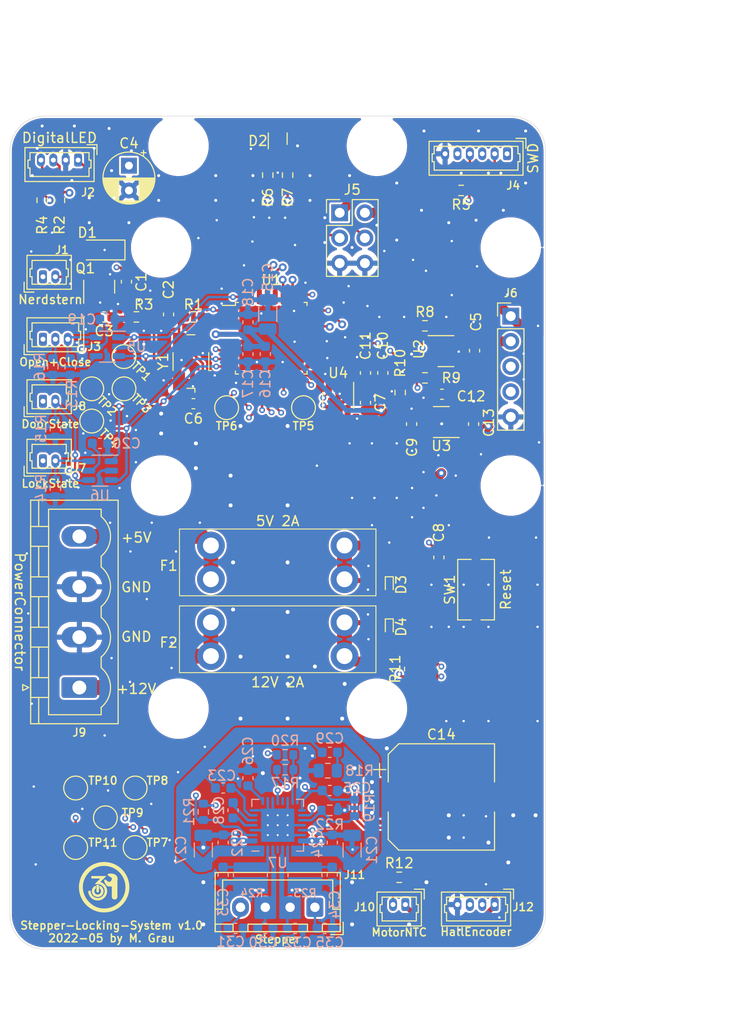
<source format=kicad_pcb>
(kicad_pcb (version 20211014) (generator pcbnew)
  (layers (0 "F.Cu" signal) (1 "In1.Cu" signal) (2 "In2.Cu" signal) (31 "B.Cu" signal) (34 "B.Paste" user) (35 "F.Paste" user) (36 "B.SilkS" user "B.Silkscreen") (37 "F.SilkS" user "F.Silkscreen") (38 "B.Mask" user) (39 "F.Mask" user) (44 "Edge.Cuts" user))
  (net 0 "")
  (net 1 "GND")
  (net 2 "+3V3")
  (net 3 "+5V")
  (net 4 "VCC")
  (net 5 "/StepperDriver/chargePumpVoltage")
  (net 6 "/StepperDriver/chargePumpOut")
  (net 7 "/StepperDriver/chargePumpIn")
  (net 8 "/StepperDriver/internal5VReg")
  (net 9 "/StepperDriver/coilB_2")
  (net 10 "/StepperDriver/senseCoilA")
  (net 11 "/StepperDriver/coilB_1")
  (net 12 "/StepperDriver/coilA_1")
  (net 13 "/StepperDriver/senseCoilB")
  (net 14 "/StepperDriver/coilA_2")
  (net 15 "/MCU/SWCLK")
  (net 16 "/MCU/SWDIO")
  (net 17 "/MCU/~{RST}")
  (net 18 "/ledData")
  (net 19 "/ledClock")
  (net 20 "/StepperDriver/Vref")
  (net 21 "Net-(C6-Pad2)")
  (net 22 "/MCU/tempMotor")
  (net 23 "/inputCurrent")
  (net 24 "/MCU/~{Stepper_Enable}")
  (net 25 "/MCU/Stepper_UART")
  (net 26 "/MCU/LED_RED")
  (net 27 "/MCU/LED_GREEN")
  (net 28 "/MCU/DoorState")
  (net 29 "/MCU/LockState")
  (net 30 "/MCU/CloseButton")
  (net 31 "/MCU/OpenButton")
  (net 32 "/MCU/Stepper_Direction")
  (net 33 "/MCU/I²C1_SCL")
  (net 34 "/MCU/Stepper_Diag")
  (net 35 "/MCU/I²C1_SDA")
  (net 36 "/CAN/CAN_TX")
  (net 37 "/MCU/Stepper_Step")
  (net 38 "/MCU/PINB7")
  (net 39 "Net-(F1-Pad1)")
  (net 40 "Net-(F2-Pad1)")
  (net 41 "Net-(C29-Pad2)")
  (net 42 "/MCU/PINB6")
  (net 43 "/MCU/PINA7")
  (net 46 "Net-(D1-Pad2)")
  (net 47 "Net-(D2-Pad2)")
  (net 48 "Net-(D4-Pad1)")
  (net 49 "/CAN/CAN_RX")
  (net 50 "/MCU/PINB0")
  (net 51 "Net-(C2-Pad2)")
  (net 52 "Net-(C3-Pad1)")
  (net 53 "Net-(C12-Pad1)")
  (net 54 "Net-(D2-Pad1)")
  (net 55 "Net-(J3-Pad2)")
  (net 56 "Net-(J3-Pad3)")
  (net 58 "Net-(J7-Pad2)")
  (net 59 "Net-(J8-Pad2)")
  (net 60 "Net-(R1-Pad1)")
  (net 61 "Net-(R10-Pad2)")
  (net 62 "Net-(R17-Pad1)")
  (footprint "Connector_Molex:Molex_PicoBlade_53047-0210_1x02_P1.25mm_Vertical" (layer "F.Cu") (at 123.83125 98.6)
    (fp_text reference "J7")
    (fp_text value "LockState")
  )
  (footprint "extraFootprints:KEYSTONE-FUSE-3557-2" (layer "F.Cu") (at 147.5 116.6)
    (fp_text reference "F2")
    (fp_text value "12V 2A")
  )
  (footprint "Capacitor_SMD:C_0603_1608Metric" (layer "F.Cu") (at 136.5 83.85 -90)
    (fp_text reference "C2")
    (fp_text value "15pF")
  )
  (footprint "Capacitor_SMD:C_0603_1608Metric" (layer "F.Cu") (at 161 94.9 90)
    (fp_text reference "C9")
    (fp_text value "1uF")
  )
  (footprint "TestPoint:TestPoint_Pad_D2.0mm" (layer "F.Cu") (at 142.35 93.25)
    (fp_text reference "TP6")
    (fp_text value "TestPoint")
  )
  (footprint "extraFootprints:PTS636_F-leads" (layer "F.Cu") (at 167.5 111.6 90)
    (fp_text reference "SW1")
    (fp_text value "Reset")
  )
  (footprint "extraFootprints:MountingHole_3.2mm_M3_ISO7380_Keepout" (layer "F.Cu") (at 135.75 77.1)
    (fp_text reference "H2" hide)
    (fp_text value "MountingHole_Pad")
  )
  (footprint "TestPoint:TestPoint_Pad_D2.0mm" (layer "F.Cu") (at 128.75 91.35)
    (fp_text reference "TP2")
    (fp_text value "TestPoint")
  )
  (footprint "TestPoint:TestPoint_Pad_D2.0mm" (layer "F.Cu") (at 127.125 131.6)
    (fp_text reference "TP10")
    (fp_text value "TestPoint")
  )
  (footprint "Package_TO_SOT_SMD:SOT-23-5" (layer "F.Cu") (at 164 94.7 180)
    (fp_text reference "U3")
    (fp_text value "TC1185")
  )
  (footprint "Resistor_SMD:R_0603_1608Metric" (layer "F.Cu") (at 159.85 91.725 -90)
    (fp_text reference "R10")
    (fp_text value "10k")
  )
  (footprint "Capacitor_SMD:C_0603_1608Metric" (layer "F.Cu") (at 132.25 80.55 -90)
    (fp_text reference "C1")
    (fp_text value "1uF 16V")
  )
  (footprint "Connector_JST:JST_XH_B4B-XH-A_1x04_P2.50mm_Vertical" (layer "F.Cu") (at 151.25 143.625 180)
    (fp_text reference "J11")
    (fp_text value "Stepper")
  )
  (footprint "Connector_Molex:Molex_PicoBlade_53047-0410_1x04_P1.25mm_Vertical" (layer "F.Cu") (at 127.375 68.2875 180)
    (fp_text reference "J2")
    (fp_text value "DigitalLED")
  )
  (footprint "TestPoint:TestPoint_Pad_D2.0mm" (layer "F.Cu") (at 133.125 137.6)
    (fp_text reference "TP7")
    (fp_text value "TestPoint")
  )
  (footprint "extraFootprints:MountingHole_3.2mm_M3_ISO7380_Keepout" (layer "F.Cu") (at 135.75 101.1)
    (fp_text reference "H5" hide)
    (fp_text value "MountingHole_Pad")
  )
  (footprint "Connector_Molex:Molex_PicoBlade_53047-0410_1x04_P1.25mm_Vertical" (layer "F.Cu") (at 169.375 143.35 180)
    (fp_text reference "J12")
    (fp_text value "HallEncoder")
  )
  (footprint "Connector_PinHeader_2.54mm:PinHeader_1x05_P2.54mm_Vertical" (layer "F.Cu") (at 171 84.025)
    (fp_text reference "J6")
    (fp_text value "5Pin DuPont 2.54mm")
  )
  (footprint "Diode_SMD:D_SOD-123" (layer "F.Cu") (at 129.85 77.35 180)
    (fp_text reference "D1")
    (fp_text value "BAT54WHE3-TP")
  )
  (footprint "Capacitor_SMD:C_0603_1608Metric" (layer "F.Cu") (at 156.35 92.75 90)
    (fp_text reference "C7")
    (fp_text value "100nF")
  )
  (footprint "Connector_Phoenix_MSTB:PhoenixContact_MSTBVA_2,5_4-G-5,08_1x04_P5.08mm_Vertical" (layer "F.Cu") (at 127.5 121.47 90)
    (fp_text reference "J9")
    (fp_text value "PowerConnector")
  )
  (footprint "Connector_Molex:Molex_PicoBlade_53047-0210_1x02_P1.25mm_Vertical" (layer "F.Cu") (at 123.83125 80.05)
    (fp_text reference "J1")
    (fp_text value "Nerdstern")
  )
  (footprint "extraFootprints:MountingHole_3.2mm_M3_ISO7380_Keepout" (layer "F.Cu") (at 171 77.1)
    (fp_text reference "H3" hide)
    (fp_text value "MountingHole_Pad")
  )
  (footprint "TestPoint:TestPoint_Pad_D2.0mm" (layer "F.Cu") (at 133.125 131.6)
    (fp_text reference "TP8")
    (fp_text value "TestPoint")
  )
  (footprint "Crystal:Crystal_SMD_Abracon_ABM3B-4Pin_5.0x3.2mm" (layer "F.Cu") (at 138.75 88.6 90)
    (fp_text reference "Y1")
    (fp_text value "ABM3B-16MHz")
  )
  (footprint "TestPoint:TestPoint_Pad_D2.0mm" (layer "F.Cu") (at 130.125 134.6)
    (fp_text reference "TP9")
    (fp_text value "TestPoint")
  )
  (footprint "Resistor_SMD:R_0603_1608Metric" (layer "F.Cu") (at 162.35 90.25 180)
    (fp_text reference "R9")
    (fp_text value "2k2")
  )
  (footprint "Resistor_SMD:R_0603_1608Metric" (layer "F.Cu") (at 162.35 85 180)
    (fp_text reference "R8")
    (fp_text value "2k2")
  )
  (footprint "Resistor_SMD:R_0603_1608Metric" (layer "F.Cu") (at 148.5 69.8 90)
    (fp_text reference "R7")
    (fp_text value "390R")
  )
  (footprint "Package_TO_SOT_SMD:SOT-23" (layer "F.Cu") (at 129.5 81.05 90)
    (fp_text reference "Q1")
    (fp_text value "IRLML0030")
  )
  (footprint "extraFootprints:MountingHole_3.2mm_M3_ISO7380_Keepout" (layer "F.Cu") (at 137.5 66.85 180)
    (fp_text reference "H1" hide)
    (fp_text value "MountingHole_Pad")
  )
  (footprint "Resistor_SMD:R_0603_1608Metric" (layer "F.Cu") (at 166 71.35 180)
    (fp_text reference "R5")
    (fp_text value "100k")
  )
  (footprint "Resistor_SMD:R_0612_1632Metric" (layer "F.Cu") (at 162 119.6 90)
    (fp_text reference "R11")
    (fp_text value "100m 0.5W")
  )
  (footprint "extraFootprints:MountingHole_3.2mm_M3_ISO7380_Keepout" (layer "F.Cu") (at 157.5 123.6 180)
    (fp_text reference "H8" hide)
    (fp_text value "MountingHole_Pad")
  )
  (footprint "Package_QFP:LQFP-32_7x7mm_P0.8mm" (layer "F.Cu") (at 146.85 86.25)
    (fp_text reference "U1")
    (fp_text value "STM32G0B1KET")
  )
  (footprint "Resistor_SMD:R_0603_1608Metric" (layer "F.Cu") (at 125.5 72.3375 90)
    (fp_text reference "R2")
    (fp_text value "2k2")
  )
  (footprint "Capacitor_SMD:C_0603_1608Metric" (layer "F.Cu") (at 167.35 87.5 90)
    (fp_text reference "C5")
    (fp_text value "100nF")
  )
  (footprint "Capacitor_SMD:CP_Elec_10x10.5" (layer "F.Cu") (at 164 132.5)
    (fp_text reference "C14")
    (fp_text value "330uF 16V")
  )
  (footprint "Capacitor_SMD:C_0603_1608Metric" (layer "F.Cu") (at 164.058928 91.9)
    (fp_text reference "C12")
    (fp_text value "470pF")
  )
  (footprint "Diode_SMD:D_SOD-923" (layer "F.Cu") (at 158.75 115.35 -90)
    (fp_text reference "D4")
    (fp_text value "ESD9X12ST5G")
  )
  (footprint "extraFootprints:KEYSTONE-FUSE-3557-2" (layer "F.Cu") (at 147.5 108.85)
    (fp_text reference "F1")
    (fp_text value "5V 2A")
  )
  (footprint "extraFootprints:MountingHole_3.2mm_M3_ISO7380_Keepout" (layer "F.Cu") (at 137.5 123.6 180)
    (fp_text reference "H7" hide)
    (fp_text value "MountingHole_Pad")
  )
  (footprint "Connector_Molex:Molex_PicoBlade_53047-0210_1x02_P1.25mm_Vertical" (layer "F.Cu") (at 123.83125 92.6)
    (fp_text reference "J8")
    (fp_text value "DoorState")
  )
  (footprint "TestPoint:TestPoint_Pad_D2.0mm" (layer "F.Cu") (at 150.1 93.25)
    (fp_text reference "TP5")
    (fp_text value "TestPoint")
  )
  (footprint "Capacitor_SMD:C_0603_1608Metric" (layer "F.Cu") (at 167.25 94.9 90)
    (fp_text reference "C13")
    (fp_text value "1uF")
  )
  (footprint "TestPoint:TestPoint_Pad_D2.0mm" (layer "F.Cu") (at 132 88.1)
    (fp_text reference "TP1")
    (fp_text value "TestPoint")
  )
  (footprint "TestPoint:TestPoint_Pad_D2.0mm" (layer "F.Cu") (at 127.125 137.6)
    (fp_text reference "TP11")
    (fp_text value "TestPoint")
  )
  (footprint "Capacitor_THT:CP_Radial_D5.0mm_P2.50mm" (layer "F.Cu") (at 132.5 68.85 -90)
    (fp_text reference "C4")
    (fp_text value "180uF")
  )
  (footprint "Resistor_SMD:R_0603_1608Metric" (layer "F.Cu") (at 139 84.1 180)
    (fp_text reference "R1")
    (fp_text value "100R")
  )
  (footprint "Capacitor_SMD:C_0603_1608Metric" (layer "F.Cu") (at 156.35 89.75 -90)
    (fp_text reference "C11")
    (fp_text value "100nF")
  )
  (footprint "TestPoint:TestPoint_Pad_D2.0mm" (layer "F.Cu") (at 128.75 94.6)
    (fp_text reference "TP4")
    (fp_text value "TestPoint")
  )
  (footprint "Package_TO_SOT_SMD:SOT-23-5" (layer "F.Cu") (at 153.6 92.5 -90)
    (fp_text reference "U4")
    (fp_text value "INA180A1")
  )
  (footprint "Connector_Molex:Molex_PicoBlade_53047-0310_1x03_P1.25mm_Vertical" (layer "F.Cu") (at 123.83125 86.35)
    (fp_text reference "J3")
    (fp_text value "Open+Close")
  )
  (footprint "Resistor_SMD:R_0603_1608Metric" (layer "F.Cu") (at 133.25 84.1)
    (fp_text reference "R3")
    (fp_text value "1k")
  )
  (footprint "extraFootprints:MountingHole_3.2mm_M3_ISO7380_Keepout" (layer "F.Cu") (at 157.5 66.85 180)
    (fp_text reference "H4" hide)
    (fp_text value "MountingHole_Pad")
  )
  (footprint "Connector_PinHeader_2.54mm:PinHeader_2x03_P2.54mm_Vertical" (layer "F.Cu") (at 153.75 73.6)
    (fp_text reference "J5")
    (fp_text value "6Pin DuPont 2.56mm")
  )
  (footprint "Capacitor_SMD:C_0603_1608Metric" (layer "F.Cu") (at 158.1 89.75 -90)
    (fp_text reference "C10")
    (fp_text value "100nF")
  )
  (footprint "Package_TO_SOT_SMD:SOT-23-5" (layer "F.Cu") (at 164.457144 87.55)
    (fp_text reference "U2")
    (fp_text value "24LC64")
  )
  (footprint "Connector_Molex:Molex_PicoBlade_53047-0610_1x06_P1.25mm_Vertical" (layer "F.Cu") (at 170.625 67.65 180)
    (fp_text reference "J4")
    (fp_text value "SWD")
  )
  (footprint "Resistor_SMD:R_0603_1608Metric" (layer "F.Cu") (at 123.75 72.3375 90)
    (fp_text reference "R4")
    (fp_text value "2k2")
  )
  (footprint "Capacitor_SMD:C_0603_1608Metric" (layer "F.Cu") (at 139 92.85)
    (fp_text reference "C6")
    (fp_text value "15pF")
  )
  (footprint "extraFootprints:MountingHole_3.2mm_M3_ISO7380_Keepout" (layer "F.Cu") (at 171 101.1)
    (fp_text reference "H6" hide)
    (fp_text value "MountingHole_Pad")
  )
  (footprint "Connector_Molex:Molex_PicoBlade_53047-0210_1x02_P1.25mm_Vertical" (layer "F.Cu") (at 160.375 143.35 180)
    (fp_text reference "J10")
    (fp_text value "MotorNTC")
  )
  (footprint "extraFootprints:LED_LiteOn_LTST-C195TGKRKT" (layer "F.Cu") (at 147.5 66.35 180)
    (fp_text reference "D2")
    (fp_text value "LTST-C195TGKRKT")
  )
  (footprint "Diode_SMD:D_SOD-923" (layer "F.Cu") (at 158.75 111.1 -90)
    (fp_text reference "D3")
    (fp_text value "ESD9X5.0ST5G")
  )
  (footprint "Capacitor_SMD:C_0603_1608Metric" (layer "F.Cu") (at 163.75 108.35 -90)
    (fp_text reference "C8")
    (fp_text value "100nF")
  )
  (footprint "Resistor_SMD:R_0603_1608Metric" (layer "F.Cu") (at 146.5 69.8 90)
    (fp_text reference "R6")
    (fp_text value "220R")
  )
  (footprint "Resistor_SMD:R_0603_1608Metric" (layer "F.Cu") (at 159.75 140.6)
    (fp_text reference "R12")
    (fp_text value "10k")
  )
  (footprint "TestPoint:TestPoint_Pad_D2.0mm" (layer "F.Cu") (at 132 91.35)
    (fp_text reference "TP3")
    (fp_text value "TestPoint")
  )
  (footprint "Capacitor_SMD:C_0603_1608Metric" (layer "F.Cu") (at 130 84.1 180)
    (fp_text reference "C3")
    (fp_text value "1uF")
  )
  (footprint "Package_DFN_QFN:QFN-28-1EP_5x5mm_P0.5mm_EP3.35x3.35mm_ThermalVias" (layer "B.Cu") (at 147.5 135.35)
    (fp_text reference "U7")
    (fp_text value "TMC2209-LA")
  )
  (footprint "Capacitor_SMD:C_1206_3216Metric" (layer "B.Cu") (at 146.5 83.85 -90)
    (fp_text reference "C15")
    (fp_text value "10uF")
  )
  (footprint "Resistor_SMD:R_0612_1632Metric" (layer "B.Cu") (at 150.25 140.35 90)
    (fp_text reference "R23")
    (fp_text value "150m")
  )
  (footprint "Capacitor_SMD:C_0603_1608Metric" (layer "B.Cu") (at 146.25 87.85 -90)
    (fp_text reference "C16")
    (fp_text value "100nF")
  )
  (footprint "Capacitor_SMD:C_0603_1608Metric" (layer "B.Cu") (at 142 140.35 -90)
    (fp_text reference "C33")
    (fp_text value "100nF 35V")
  )
  (footprint "Resistor_SMD:R_0603_1608Metric" (layer "B.Cu") (at 124.83125 89.1 -90)
    (fp_text reference "R16")
    (fp_text value "5k6")
  )
  (footprint "Capacitor_SMD:C_0603_1608Metric" (layer "B.Cu") (at 146.25 145.75)
    (fp_text reference "C30")
    (fp_text value "470pF 100V")
  )
  (footprint "Capacitor_SMD:C_0603_1608Metric" (layer "B.Cu") (at 143.25 145.75)
    (fp_text reference "C31")
    (fp_text value "470pF 100V")
  )
  (footprint "Capacitor_SMD:C_0603_1608Metric" (layer "B.Cu") (at 152.25 145.75)
    (fp_text reference "C35")
    (fp_text value "470pF 100V")
  )
  (footprint "Capacitor_SMD:C_0603_1608Metric" (layer "B.Cu") (at 144.5 84.625 90)
    (fp_text reference "C18")
    (fp_text value "1uF")
  )
  (footprint "Capacitor_SMD:C_0603_1608Metric" (layer "B.Cu") (at 152.75 128)
    (fp_text reference "C29")
    (fp_text value "1uF 16V")
  )
  (footprint "Capacitor_SMD:C_0603_1608Metric" (layer "B.Cu") (at 144.5 130.6 90)
    (fp_text reference "C26")
    (fp_text value "2.2uF 16V")
  )
  (footprint "Capacitor_SMD:C_0603_1608Metric" (layer "B.Cu") (at 130.33125 84.35 180)
    (fp_text reference "C19")
    (fp_text value "100nF")
  )
  (footprint "Resistor_SMD:R_0612_1632Metric" (layer "B.Cu") (at 144.75 140.35 90)
    (fp_text reference "R24")
    (fp_text value "150m")
  )
  (footprint "Capacitor_SMD:C_0603_1608Metric" (layer "B.Cu") (at 143 133.85 -90)
    (fp_text reference "C28")
    (fp_text value "22nF 50V")
  )
  (footprint "Resistor_SMD:R_0603_1608Metric" (layer "B.Cu") (at 125.08125 95.35 -90)
    (fp_text reference "R15")
    (fp_text value "5k6")
  )
  (footprint "Resistor_SMD:R_0603_1608Metric" (layer "B.Cu") (at 152.75 133.85)
    (fp_text reference "R22")
    (fp_text value "22k")
  )
  (footprint "Resistor_SMD:R_0603_1608Metric" (layer "B.Cu") (at 140 134 -90)
    (fp_text reference "R21")
    (fp_text value "22k")
  )
  (footprint "Resistor_SMD:R_0603_1608Metric" (layer "B.Cu") (at 126.58125 89.1 -90)
    (fp_text reference "R13")
    (fp_text value "5k6")
  )
  (footprint "Package_TO_SOT_SMD:SOT-23-6" (layer "B.Cu") (at 129.58125 99.6 180)
    (fp_text reference "U6")
    (fp_text value "USBLC6-2SC6")
  )
  (footprint "Capacitor_SMD:C_1206_3216Metric" (layer "B.Cu") (at 140 137.85 90)
    (fp_text reference "C27")
    (fp_text value "10uF 16V")
  )
  (footprint "Capacitor_SMD:C_0603_1608Metric" (layer "B.Cu") (at 144.5 87.85 90)
    (fp_text reference "C17")
    (fp_text value "100nF")
  )
  (footprint "Capacitor_SMD:C_0603_1608Metric" (layer "B.Cu") (at 129.58125 96.85 180)
    (fp_text reference "C20")
    (fp_text value "100nF")
  )
  (footprint "Resistor_SMD:R_0603_1608Metric" (layer "B.Cu") (at 148.25 129.75 180)
    (fp_text reference "R17")
    (fp_text value "4k7")
  )
  (footprint "Capacitor_SMD:C_0603_1608Metric" (layer "B.Cu") (at 152.75 131.85)
    (fp_text reference "C25")
    (fp_text value "100nF 16V")
  )
  (footprint "Capacitor_SMD:C_0603_1608Metric" (layer "B.Cu") (at 153 137.1 90)
    (fp_text reference "C24")
    (fp_text value "100nF 16V")
  )
  (footprint "Capacitor_SMD:C_0603_1608Metric" (layer "B.Cu") (at 149.25 145.75)
    (fp_text reference "C32")
    (fp_text value "470pF 100V")
  )
  (footprint "Resistor_SMD:R_0603_1608Metric" (layer "B.Cu") (at 125.08125 101.35 -90)
    (fp_text reference "R14")
    (fp_text value "5k6")
  )
  (footprint "Package_TO_SOT_SMD:SOT-23-6" (layer "B.Cu") (at 130.33125 87.1 180)
    (fp_text reference "U5")
    (fp_text value "USBLC6-2SC6")
  )
  (footprint "Capacitor_SMD:C_0603_1608Metric" (layer "B.Cu") (at 153 140.35 -90)
    (fp_text reference "C34")
    (fp_text value "100nF 35V")
  )
  (footprint "Capacitor_SMD:C_0603_1608Metric" (layer "B.Cu") (at 142 131.6)
    (fp_text reference "C23")
    (fp_text value "100nF 16V")
  )
  (footprint "Capacitor_SMD:C_0603_1608Metric" (layer "B.Cu") (at 142 137.1 90)
    (fp_text reference "C22")
    (fp_text value "100nF 16V")
  )
  (footprint "Resistor_SMD:R_0603_1608Metric" (layer "B.Cu") (at 148.24 128.25 180)
    (fp_text reference "R20")
    (fp_text value "1k")
  )
  (footprint "Capacitor_SMD:C_1206_3216Metric" (layer "B.Cu") (at 155 137.85 90)
    (fp_text reference "C21")
    (fp_text value "10uF 16V")
  )
  (footprint "Resistor_SMD:R_0603_1608Metric" (layer "B.Cu") (at 155.25 133.6 -90)
    (fp_text reference "R19")
    (fp_text value "13k")
  )
  (footprint "Resistor_SMD:R_0805_2012Metric" (layer "B.Cu") (at 152.55 129.85 180)
    (fp_text reference "R18")
    (fp_text value "1.1R 0.5W")
  )
  (gr_poly (pts (xy 129.453686 142.000157) (xy 129.45355 142.005471) (xy 129.453148 142.010717) (xy 129.452486 142.015889) (xy 129.45157 142.020981) (xy 129.450408 142.025985) (xy 129.449006 142.030894) (xy 129.44737 142.035704) (xy 129.445508 142.040406) (xy 129.443425 142.044994) (xy 129.441129 142.049461) (xy 129.438626 142.053802) (xy 129.435923 142.058008) (xy 129.433026 142.062074) (xy 129.429943 142.065993) (xy 129.426679 142.069758) (xy 129.423241 142.073363) (xy 129.419636 142.076801) (xy 129.415871 142.080065) (xy 129.411952 142.083148) (xy 129.407886 142.086045) (xy 129.403679 142.088748) (xy 129.399339 142.091251) (xy 129.394872 142.093547) (xy 129.390284 142.09563) (xy 129.385582 142.097492) (xy 129.380772 142.099128) (xy 129.375862 142.10053) (xy 129.370858 142.101692) (xy 129.365767 142.102608) (xy 129.360595 142.10327) (xy 129.355349 142.103672) (xy 129.350035 142.103807) (xy 129.344724 142.103672) (xy 129.339484 142.10327) (xy 129.334323 142.102608) (xy 129.329247 142.101692) (xy 129.324261 142.10053) (xy 129.319372 142.099128) (xy 129.314587 142.097492) (xy 129.309912 142.09563) (xy 129.305354 142.093547) (xy 129.300918 142.091251) (xy 129.296611 142.088748) (xy 129.292439 142.086045) (xy 129.288409 142.083148) (xy 129.284527 142.080065) (xy 129.280799 142.076801) (xy 129.277232 142.073363) (xy 129.273832 142.069758) (xy 129.270605 142.065993) (xy 129.267558 142.062074) (xy 129.264697 142.058008) (xy 129.262029 142.053802) (xy 129.259559 142.049461) (xy 129.257294 142.044994) (xy 129.255241 142.040406) (xy 129.253406 142.035704) (xy 129.251794 142.030894) (xy 129.250414 142.025985) (xy 129.24927 142.020981) (xy 129.248369 142.015889) (xy 129.247718 142.010717) (xy 129.247322 142.005471) (xy 129.247189 142.000157) (xy 129.247189 141.381472) (xy 129.453686 141.381472)) (layer "F.SilkS") (width 0.05) (fill solid))
  (gr_poly (pts (xy 129.595454 141.488345) (xy 129.632805 141.507982) (xy 129.668454 141.530246) (xy 129.702272 141.555008) (xy 129.734131 141.58214) (xy 129.763899 141.611512) (xy 129.791447 141.642996) (xy 129.816646 141.676463) (xy 129.839366 141.711785) (xy 129.859477 141.748832) (xy 129.87685 141.787477) (xy 129.891354 141.827591) (xy 129.902862 141.869044) (xy 129.911242 141.911709) (xy 129.916365 141.955456) (xy 129.918101 142.000157) (xy 129.917362 142.029376) (xy 129.915167 142.058213) (xy 129.911552 142.086632) (xy 129.906554 142.114598) (xy 129.900207 142.142074) (xy 129.892549 142.169025) (xy 129.883614 142.195415) (xy 129.873438 142.221209) (xy 129.862057 142.24637) (xy 129.849507 142.270863) (xy 129.835824 142.294651) (xy 129.821044 142.3177) (xy 129.805201 142.339974) (xy 129.788333 142.361436) (xy 129.770474 142.382051) (xy 129.75166 142.401783) (xy 129.731928 142.420596) (xy 129.711314 142.438455) (xy 129.689852 142.455323) (xy 129.667578 142.471166) (xy 129.644529 142.485946) (xy 129.620741 142.49963) (xy 129.596248 142.512179) (xy 129.571087 142.52356) (xy 129.545293 142.533736) (xy 129.518903 142.542671) (xy 129.491952 142.55033) (xy 129.464476 142.556676) (xy 129.43651 142.561674) (xy 129.408091 142.565289) (xy 129.379254 142.567484) (xy 129.350035 142.568223) (xy 129.350034 142.568223) (xy 129.320817 142.567483) (xy 129.291987 142.565288) (xy 129.263579 142.561674) (xy 129.235628 142.556676) (xy 129.20817 142.550329) (xy 129.181241 142.542671) (xy 129.154875 142.533736) (xy 129.129109 142.52356) (xy 129.103977 142.512179) (xy 129.079516 142.499629) (xy 129.05576 142.485946) (xy 129.032746 142.471165) (xy 129.010508 142.455323) (xy 128.989083 142.438454) (xy 128.968506 142.420595) (xy 128.948811 142.401782) (xy 128.930036 142.38205) (xy 128.912214 142.361435) (xy 128.895382 142.339973) (xy 128.879576 142.3177) (xy 128.864829 142.294651) (xy 128.85118 142.270862) (xy 128.838661 142.24637) (xy 128.82731 142.221209) (xy 128.817161 142.195415) (xy 128.80825 142.169025) (xy 128.800613 142.142074) (xy 128.794285 142.114598) (xy 128.789301 142.086632) (xy 128.785698 142.058213) (xy 128.783509 142.029376) (xy 128.782772 142.000157) (xy 128.783207 141.977695) (xy 128.784502 141.955456) (xy 128.78664 141.933455) (xy 128.789606 141.911709) (xy 128.793384 141.890233) (xy 128.797956 141.869044) (xy 128.803309 141.848158) (xy 128.809424 141.827591) (xy 128.816287 141.807358) (xy 128.823882 141.787477) (xy 128.832191 141.767963) (xy 128.8412 141.748832) (xy 128.850893 141.730101) (xy 128.861252 141.711784) (xy 128.872263 141.6939) (xy 128.883908 141.676463) (xy 128.896173 141.659489) (xy 128.909041 141.642996) (xy 128.922496 141.626998) (xy 128.936522 141.611512) (xy 128.951103 141.596554) (xy 128.966223 141.58214) (xy 128.981866 141.568286) (xy 128.998016 141.555008) (xy 129.014657 141.542323) (xy 129.031772 141.530246) (xy 129.049346 141.518794) (xy 129.067363 141.507982) (xy 129.085807 141.497827) (xy 129.104662 141.488345) (xy 129.123911 141.479551) (xy 129.143539 141.471462) (xy 129.143539 141.704474) (xy 129.126439 141.717185) (xy 129.110138 141.730857) (xy 129.094676 141.745448) (xy 129.080096 141.760918) (xy 129.066439 141.777226) (xy 129.053749 141.79433) (xy 129.042067 141.81219) (xy 129.031436 141.830764) (xy 129.021898 141.850012) (xy 129.013494 141.869892) (xy 129.006268 141.890363) (xy 129.000261 141.911385) (xy 128.995515 141.932917) (xy 128.992073 141.954917) (xy 128.989977 141.977344) (xy 128.989269 142.000157) (xy 128.989737 142.018751) (xy 128.991128 142.037103) (xy 128.993418 142.055189) (xy 128.996586 142.072986) (xy 129.000608 142.090473) (xy 129.005462 142.107625) (xy 129.011126 142.124421) (xy 129.017577 142.140838) (xy 129.024792 142.156852) (xy 129.03275 142.172441) (xy 129.041427 142.187583) (xy 129.050802 142.202253) (xy 129.060851 142.21643) (xy 129.071552 142.230091) (xy 129.082883 142.243213) (xy 129.094821 142.255773) (xy 129.107343 142.267749) (xy 129.120428 142.279117) (xy 129.134052 142.289855) (xy 129.148193 142.29994) (xy 129.162829 142.309349) (xy 129.177937 142.318059) (xy 129.193495 142.326048) (xy 129.20948 142.333293) (xy 129.22587 142.339771) (xy 129.242641 142.345459) (xy 129.259772 142.350335) (xy 129.277241 142.354375) (xy 129.295024 142.357557) (xy 129.313099 142.359858) (xy 129.331443 142.361256) (xy 129.350035 142.361727) (xy 129.368629 142.361256) (xy 129.386981 142.359858) (xy 129.405067 142.357557) (xy 129.422864 142.354375) (xy 129.440351 142.350335) (xy 129.457503 142.345459) (xy 129.474299 142.339771) (xy 129.490716 142.333293) (xy 129.50673 142.326048) (xy 129.522319 142.318059) (xy 129.53746 142.309349) (xy 129.552131 142.29994) (xy 129.566308 142.289855) (xy 129.579969 142.279117) (xy 129.593091 142.267749) (xy 129.605651 142.255773) (xy 129.617627 142.243213) (xy 129.628995 142.230091) (xy 129.639733 142.21643) (xy 129.649818 142.202253) (xy 129.659227 142.187582) (xy 129.667937 142.172441) (xy 129.675926 142.156852) (xy 129.683171 142.140838) (xy 129.689649 142.124421) (xy 129.695337 142.107625) (xy 129.700213 142.090473) (xy 129.704253 142.072986) (xy 129.707435 142.055189) (xy 129.709737 142.037103) (xy 129.711134 142.018751) (xy 129.711605 142.000157) (xy 129.711426 141.988687) (xy 129.710893 141.977311) (xy 129.710011 141.966032) (xy 129.708786 141.954858) (xy 129.707223 141.943792) (xy 129.705327 141.93284) (xy 129.700557 141.911297) (xy 129.694519 141.890268) (xy 129.687255 141.869795) (xy 129.678808 141.849918) (xy 129.66922 141.830676) (xy 129.658534 141.812111) (xy 129.646791 141.794262) (xy 129.634035 141.77717) (xy 129.620308 141.760876) (xy 129.605651 141.745418) (xy 129.590108 141.730839) (xy 129.573721 141.717177) (xy 129.556532 141.704474) (xy 129.556532 141.471462)) (layer "F.SilkS") (width 0.05) (fill solid))
  (gr_poly (pts (xy 130.694367 140.246791) (xy 130.739277 140.248713) (xy 130.785029 140.2524) (xy 130.808038 140.254961) (xy 130.831039 140.25803) (xy 130.853959 140.261629) (xy 130.876725 140.26578) (xy 130.899265 140.270504) (xy 130.921506 140.275825) (xy 130.943374 140.281763) (xy 130.964798 140.288342) (xy 130.985705 140.295583) (xy 131.006021 140.303507) (xy 131.045608 140.321298) (xy 131.081968 140.340465) (xy 131.115229 140.360902) (xy 131.14552 140.382503) (xy 131.172972 140.405162) (xy 131.197713 140.428772) (xy 131.219872 140.453227) (xy 131.239579 140.478422) (xy 131.256963 140.504251) (xy 131.272153 140.530606) (xy 131.285279 140.557383) (xy 131.29647 140.584475) (xy 131.305854 140.611775) (xy 131.313562 140.639179) (xy 131.319723 140.666579) (xy 131.324465 140.69387) (xy 131.327918 140.720945) (xy 131.330212 140.747698) (xy 131.331838 140.799816) (xy 131.330376 140.849374) (xy 131.326862 140.895523) (xy 131.317809 140.9742) (xy 131.314339 141.005031) (xy 131.312953 141.029057) (xy 131.312953 142.55729) (xy 131.312604 142.570574) (xy 131.311595 142.583682) (xy 131.309941 142.5966) (xy 131.307659 142.609311) (xy 131.304766 142.621798) (xy 131.301277 142.634046) (xy 131.297209 142.646038) (xy 131.292577 142.657758) (xy 131.287399 142.66919) (xy 131.28169 142.680317) (xy 131.275467 142.691124) (xy 131.268745 142.701594) (xy 131.261541 142.711712) (xy 131.253871 142.72146) (xy 131.245752 142.730823) (xy 131.237199 142.739784) (xy 131.228229 142.748328) (xy 131.218858 142.756438) (xy 131.209102 142.764097) (xy 131.198977 142.771291) (xy 131.1885 142.778002) (xy 131.177687 142.784215) (xy 131.166553 142.789912) (xy 131.155116 142.795079) (xy 131.143392 142.799698) (xy 131.131396 142.803754) (xy 131.119145 142.80723) (xy 131.106654 142.810111) (xy 131.093941 142.812379) (xy 131.081022 142.81402) (xy 131.067912 142.815016) (xy 131.054628 142.815351) (xy 131.041344 142.815015) (xy 131.028235 142.814019) (xy 131.015315 142.812378) (xy 131.002602 142.810109) (xy 130.990112 142.807228) (xy 130.977861 142.803752) (xy 130.965865 142.799695) (xy 130.954141 142.795076) (xy 130.942704 142.789909) (xy 130.931571 142.784211) (xy 130.920757 142.777998) (xy 130.910281 142.771287) (xy 130.900156 142.764093) (xy 130.8904 142.756433) (xy 130.881029 142.748323) (xy 130.872059 142.73978) (xy 130.863507 142.730818) (xy 130.855388 142.721455) (xy 130.847718 142.711707) (xy 130.840515 142.70159) (xy 130.833793 142.69112) (xy 130.82757 142.680313) (xy 130.821861 142.669186) (xy 130.816683 142.657754) (xy 130.812052 142.646035) (xy 130.807984 142.634043) (xy 130.804496 142.621796) (xy 130.801603 142.609309) (xy 130.799322 142.596599) (xy 130.797668 142.583682) (xy 130.796659 142.570574) (xy 130.796311 142.557291) (xy 130.796311 141.587481) (xy 130.795371 141.569231) (xy 130.792606 141.553511) (xy 130.788095 141.540149) (xy 130.781921 141.528973) (xy 130.774165 141.51981) (xy 130.764906 141.512487) (xy 130.754226 141.506832) (xy 130.742205 141.502673) (xy 130.728926 141.499836) (xy 130.714468 141.498149) (xy 130.68234 141.497534) (xy 130.607503 141.502513) (xy 130.566089 141.505344) (xy 130.522872 141.506562) (xy 130.478502 141.504786) (xy 130.456087 141.502344) (xy 130.433625 141.498636) (xy 130.411199 141.49349) (xy 130.388888 141.486731) (xy 130.366775 141.478189) (xy 130.344939 141.467691) (xy 130.323462 141.455063) (xy 130.302424 141.440133) (xy 130.281907 141.42273) (xy 130.261991 141.402679) (xy 130.245974 141.384668) (xy 130.230567 141.366383) (xy 130.201561 141.329177) (xy 130.174936 141.291425) (xy 130.150655 141.253489) (xy 130.128678 141.215736) (xy 130.108968 141.178528) (xy 130.091487 141.14223) (xy 130.076196 141.107206) (xy 130.063059 141.07382) (xy 130.052036 141.042436) (xy 130.043089 141.013419) (xy 130.036182 140.987131) (xy 130.031275 140.963939) (xy 130.02833 140.944205) (xy 130.02731 140.928293) (xy 130.028177 140.916569) (xy 130.029157 140.911905) (xy 130.030294 140.90742) (xy 130.031581 140.903115) (xy 130.033013 140.898985) (xy 130.034582 140.89503) (xy 130.036281 140.891248) (xy 130.038105 140.887637) (xy 130.040046 140.884194) (xy 130.042098 140.880919) (xy 130.044253 140.877809) (xy 130.046506 140.874863) (xy 130.04885 140.872078) (xy 130.051278 140.869453) (xy 130.053783 140.866985) (xy 130.056359 140.864674) (xy 130.058999 140.862517) (xy 130.061696 140.860513) (xy 130.064444 140.858658) (xy 130.067236 140.856953) (xy 130.070065 140.855394) (xy 130.072926 140.853981) (xy 130.07581 140.85271) (xy 130.078711 140.851581) (xy 130.081624 140.850591) (xy 130.087454 140.849022) (xy 130.093247 140.847989) (xy 130.098949 140.847476) (xy 130.104508 140.847469) (xy 130.10766 140.848091) (xy 130.111626 140.849676) (xy 130.121879 140.855521) (xy 130.135027 140.864582) (xy 130.150829 140.876434) (xy 130.235747 140.943278) (xy 130.287858 140.982426) (xy 130.315483 141.001949) (xy 130.343832 141.020871) (xy 130.372664 141.038771) (xy 130.401739 141.055222) (xy 130.430814 141.069802) (xy 130.45965 141.082087) (xy 130.480012 141.088275) (xy 130.50062 141.091431) (xy 130.521367 141.091716) (xy 130.542145 141.089294) (xy 130.562848 141.084327) (xy 130.583367 141.076978) (xy 130.603596 141.067408) (xy 130.623426 141.05578) (xy 130.642751 141.042256) (xy 130.661464 141.026999) (xy 130.679456 141.010171) (xy 130.69662 140.991935) (xy 130.712849 140.972453) (xy 130.728036 140.951888) (xy 130.742073 140.930401) (xy 130.754853 140.908155) (xy 130.766268 140.885312) (xy 130.776211 140.862036) (xy 130.784574 140.838487) (xy 130.791251 140.814829) (xy 130.796133 140.791225) (xy 130.799113 140.767836) (xy 130.800085 140.744824) (xy 130.79894 140.722353) (xy 130.795571 140.700584) (xy 130.78987 140.67968) (xy 130.781731 140.659804) (xy 130.771046 140.641117) (xy 130.757708 140.623782) (xy 130.741608 140.607962) (xy 130.72264 140.593819) (xy 130.700696 140.581514) (xy 130.681938 140.572075) (xy 130.660836 140.560795) (xy 130.613469 140.533964) (xy 130.562333 140.503522) (xy 130.511165 140.47197) (xy 130.463701 140.441808) (xy 130.423679 140.415535) (xy 130.394836 140.395652) (xy 130.385774 140.388888) (xy 130.380909 140.38466) (xy 130.379675 140.383087) (xy 130.378587 140.381238) (xy 130.377647 140.379128) (xy 130.376856 140.376773) (xy 130.376216 140.37419) (xy 130.37573 140.371395) (xy 130.375223 140.365232) (xy 130.37535 140.358413) (xy 130.376124 140.351068) (xy 130.377562 140.343324) (xy 130.379676 140.335312) (xy 130.382481 140.327159) (xy 130.385993 140.318995) (xy 130.390224 140.310948) (xy 130.392615 140.307009) (xy 130.39519 140.303148) (xy 130.397954 140.299381) (xy 130.400906 140.295724) (xy 130.404049 140.292193) (xy 130.407384 140.288804) (xy 130.410915 140.285573) (xy 130.414641 140.282517) (xy 130.418566 140.279651) (xy 130.42269 140.276992) (xy 130.427718 140.27442) (xy 130.434307 140.27182) (xy 130.442385 140.269217) (xy 130.451883 140.266636) (xy 130.474853 140.26164) (xy 130.502653 140.257031) (xy 130.534721 140.253009) (xy 130.57049 140.249774) (xy 130.609399 140.247524) (xy 130.650881 140.24646) (xy 130.65088 140.24646) (xy 130.650879 140.24646)) (layer "F.SilkS") (width 0.05) (fill solid))
  (gr_poly (pts (xy 130.167983 140.492328) (xy 129.573402 141.086105) (xy 129.611113 141.096241) (xy 129.648173 141.107906) (xy 129.684546 141.121063) (xy 129.720198 141.135676) (xy 129.78919 141.169126) (xy 129.854864 141.207966) (xy 129.916931 141.251908) (xy 129.975106 141.300662) (xy 130.029102 141.353939) (xy 130.078631 141.411449) (xy 130.123407 141.472904) (xy 130.163144 141.538013) (xy 130.197553 141.606489) (xy 130.212671 141.641898) (xy 130.22635 141.67804) (xy 130.238554 141.714879) (xy 130.249247 141.752379) (xy 130.258393 141.790503) (xy 130.265956 141.829215) (xy 130.271902 141.86848) (xy 130.276193 141.908261) (xy 130.278793 141.948521) (xy 130.279668 141.989225) (xy 130.27846 142.037036) (xy 130.274875 142.084217) (xy 130.26897 142.130712) (xy 130.260804 142.17646) (xy 130.250436 142.221405) (xy 130.237923 142.265487) (xy 130.223324 142.308649) (xy 130.206697 142.350832) (xy 130.188101 142.391978) (xy 130.167594 142.432028) (xy 130.145233 142.470925) (xy 130.121078 142.50861) (xy 130.095187 142.545025) (xy 130.067617 142.580111) (xy 130.038427 142.613811) (xy 130.007676 142.646065) (xy 129.975422 142.676816) (xy 129.941722 142.706006) (xy 129.906636 142.733575) (xy 129.870222 142.759467) (xy 129.832537 142.783622) (xy 129.79364 142.805983) (xy 129.753589 142.82649) (xy 129.712444 142.845086) (xy 129.670261 142.861713) (xy 129.627099 142.876312) (xy 129.583017 142.888825) (xy 129.538072 142.899193) (xy 129.492324 142.907359) (xy 129.445829 142.913264) (xy 129.398648 142.916849) (xy 129.350837 142.918057) (xy 129.303024 142.916849) (xy 129.255836 142.913264) (xy 129.20933 142.907359) (xy 129.163567 142.899193) (xy 129.118605 142.888825) (xy 129.074501 142.876312) (xy 129.031315 142.861713) (xy 128.989105 142.845086) (xy 128.94793 142.82649) (xy 128.907848 142.805983) (xy 128.868918 142.783622) (xy 128.831198 142.759467) (xy 128.794747 142.733575) (xy 128.759624 142.706006) (xy 128.725888 142.676816) (xy 128.693596 142.646065) (xy 128.662807 142.613811) (xy 128.63358 142.580111) (xy 128.605973 142.545025) (xy 128.580046 142.50861) (xy 128.555856 142.470925) (xy 128.533463 142.432028) (xy 128.512924 142.391978) (xy 128.494298 142.350832) (xy 128.477644 142.308649) (xy 128.463021 142.265487) (xy 128.450487 142.221405) (xy 128.4401 142.17646) (xy 128.43192 142.130712) (xy 128.426004 142.084217) (xy 128.422412 142.037036) (xy 128.421201 141.989225) (xy 128.627698 141.989225) (xy 128.62864 142.026411) (xy 128.631435 142.063107) (xy 128.636037 142.099268) (xy 128.642401 142.134849) (xy 128.650481 142.169803) (xy 128.660233 142.204087) (xy 128.671609 142.237655) (xy 128.684565 142.270461) (xy 128.699055 142.30246) (xy 128.715033 142.333607) (xy 128.732454 142.363856) (xy 128.751272 142.393163) (xy 128.771442 142.421481) (xy 128.792917 142.448767) (xy 128.815654 142.474973) (xy 128.839605 142.500056) (xy 128.864725 142.523969) (xy 128.890969 142.546668) (xy 128.918291 142.568107) (xy 128.946645 142.588241) (xy 128.975986 142.607025) (xy 129.006269 142.624412) (xy 129.037447 142.640359) (xy 129.069476 142.654819) (xy 129.102309 142.667748) (xy 129.135901 142.6791) (xy 129.170206 142.68883) (xy 129.205179 142.696892) (xy 129.240774 142.703242) (xy 129.276946 142.707833) (xy 129.313649 142.710621) (xy 129.350837 142.711561) (xy 129.388023 142.710621) (xy 129.424719 142.707833) (xy 129.46088 142.703242) (xy 129.496461 142.696892) (xy 129.531415 142.68883) (xy 129.565699 142.6791) (xy 129.599267 142.667748) (xy 129.632073 142.654819) (xy 129.664072 142.640359) (xy 129.695219 142.624412) (xy 129.725468 142.607025) (xy 129.754775 142.588241) (xy 129.783093 142.568107) (xy 129.810379 142.546668) (xy 129.836585 142.523969) (xy 129.861668 142.500056) (xy 129.885581 142.474973) (xy 129.90828 142.448767) (xy 129.929719 142.421481) (xy 129.949853 142.393163) (xy 129.968637 142.363856) (xy 129.986024 142.333607) (xy 130.001971 142.30246) (xy 130.016432 142.270461) (xy 130.02936 142.237655) (xy 130.040712 142.204087) (xy 130.050442 142.169803) (xy 130.058504 142.134849) (xy 130.064854 142.099268) (xy 130.069445 142.063107) (xy 130.072233 142.026411) (xy 130.073173 141.989225) (xy 130.072233 141.952037) (xy 130.069445 141.915334) (xy 130.064854 141.879162) (xy 130.058504 141.843567) (xy 130.050442 141.808594) (xy 130.040712 141.774289) (xy 130.02936 141.740697) (xy 130.016432 141.707864) (xy 130.001971 141.675836) (xy 129.986024 141.644657) (xy 129.968637 141.614375) (xy 129.949853 141.585033) (xy 129.929719 141.556679) (xy 129.90828 141.529357) (xy 129.885581 141.503113) (xy 129.861668 141.477993) (xy 129.836585 141.454042) (xy 129.810379 141.431306) (xy 129.783093 141.40983) (xy 129.754775 141.38966) (xy 129.725468 141.370842) (xy 129.695219 141.353421) (xy 129.664072 141.337443) (xy 129.632073 141.322953) (xy 129.599267 141.309997) (xy 129.565699 141.298621) (xy 129.531415 141.288869) (xy 129.496461 141.280789) (xy 129.46088 141.274425) (xy 129.424719 141.269822) (xy 129.388023 141.267028) (xy 129.350837 141.266086) (xy 129.100953 141.266086) (xy 129.669019 140.698824) (xy 128.731348 140.698824) (xy 128.731348 140.492327)) (layer "F.SilkS") (width 0.05) (fill solid))
  (gr_poly (pts (xy 130.129559 139.085527) (xy 130.257418 139.095251) (xy 130.383418 139.111262) (xy 130.507401 139.133405) (xy 130.62921 139.161519) (xy 130.748685 139.195448) (xy 130.865668 139.235033) (xy 130.980002 139.280115) (xy 131.091529 139.330536) (xy 131.200089 139.386139) (xy 131.305524 139.446765) (xy 131.407678 139.512255) (xy 131.50639 139.582452) (xy 131.601504 139.657198) (xy 131.69286 139.736333) (xy 131.780301 139.8197) (xy 131.863668 139.907141) (xy 131.942803 139.998497) (xy 132.017549 140.093611) (xy 132.087746 140.192323) (xy 132.153236 140.294477) (xy 132.213862 140.399912) (xy 132.269465 140.508472) (xy 132.319886 140.619999) (xy 132.364968 140.734333) (xy 132.404553 140.851316) (xy 132.438482 140.970791) (xy 132.466596 141.0926) (xy 132.488739 141.216583) (xy 132.504751 141.342583) (xy 132.514474 141.470442) (xy 132.51775 141.600001) (xy 132.514474 141.72956) (xy 132.504751 141.857419) (xy 132.488739 141.983419) (xy 132.466596 142.107402) (xy 132.438482 142.22921) (xy 132.404553 142.348686) (xy 132.364968 142.465669) (xy 132.319886 142.580003) (xy 132.269464 142.691529) (xy 132.213862 142.800089) (xy 132.153236 142.905525) (xy 132.087745 143.007678) (xy 132.017548 143.106391) (xy 131.942803 143.201504) (xy 131.863668 143.29286) (xy 131.780301 143.380301) (xy 131.69286 143.463668) (xy 131.601503 143.542804) (xy 131.50639 143.617549) (xy 131.407677 143.687746) (xy 131.305524 143.753236) (xy 131.200089 143.813862) (xy 131.091528 143.869465) (xy 130.980002 143.919886) (xy 130.865668 143.964968) (xy 130.748685 144.004553) (xy 130.629209 144.038482) (xy 130.507401 144.066596) (xy 130.383418 144.088739) (xy 130.257418 144.104751) (xy 130.129559 144.114474) (xy 130 144.11775) (xy 129.870441 144.114474) (xy 129.742583 144.104751) (xy 129.616583 144.088739) (xy 129.492599 144.066596) (xy 129.370791 144.038482) (xy 129.251316 144.004553) (xy 129.134332 143.964968) (xy 129.019998 143.919886) (xy 128.908472 143.869465) (xy 128.799912 143.813862) (xy 128.694476 143.753236) (xy 128.592323 143.687746) (xy 128.493611 143.617549) (xy 128.398497 143.542804) (xy 128.307141 143.463668) (xy 128.2197 143.380301) (xy 128.136333 143.29286) (xy 128.057197 143.201504) (xy 127.982452 143.10639) (xy 127.912255 143.007678) (xy 127.846765 142.905525) (xy 127.786139 142.800089) (xy 127.730536 142.691529) (xy 127.680115 142.580003) (xy 127.635033 142.465669) (xy 127.595448 142.348685) (xy 127.561519 142.22921) (xy 127.533405 142.107402) (xy 127.511262 141.983418) (xy 127.49525 141.857418) (xy 127.485527 141.72956) (xy 127.482251 141.600001) (xy 127.827245 141.600001) (xy 127.830813 141.705745) (xy 127.83985 141.810809) (xy 127.854226 141.915016) (xy 127.873807 142.018191) (xy 127.898463 142.120156) (xy 127.92806 142.220735) (xy 127.962468 142.319752) (xy 128.001554 142.417032) (xy 128.045186 142.512396) (xy 128.093232 142.605671) (xy 128.145561 142.696678) (xy 128.20204 142.785242) (xy 128.262537 142.871186) (xy 128.326921 142.954335) (xy 128.39506 143.034512) (xy 128.466821 143.11154) (xy 128.542073 143.185244) (xy 128.620683 143.255446) (xy 128.702521 143.321972) (xy 128.787453 143.384644) (xy 128.875347 143.443287) (xy 128.966073 143.497723) (xy 129.059498 143.547777) (xy 129.155489 143.593273) (xy 129.253916 143.634034) (xy 129.354646 143.669884) (xy 129.457547 143.700646) (xy 129.562487 143.726145) (xy 129.669334 143.746204) (xy 129.777957 143.760646) (xy 129.888223 143.769297) (xy 130 143.771978) (xy 130.111799 143.768813) (xy 130.222127 143.760131) (xy 130.330848 143.746066) (xy 130.437825 143.726752) (xy 130.542923 143.702324) (xy 130.646004 143.672916) (xy 130.746933 143.638662) (xy 130.845573 143.599696) (xy 130.941788 143.556152) (xy 131.035442 143.508165) (xy 131.126398 143.455869) (xy 131.21452 143.399399) (xy 131.299673 143.338887) (xy 131.381718 143.27447) (xy 131.460521 143.20628) (xy 131.535946 143.134453) (xy 131.607854 143.059122) (xy 131.676112 142.980421) (xy 131.740581 142.898485) (xy 131.801126 142.813449) (xy 131.857611 142.725446) (xy 131.909899 142.63461) (xy 131.957854 142.541076) (xy 132.00134 142.444978) (xy 132.04022 142.346451) (xy 132.074359 142.245628) (xy 132.103619 142.142643) (xy 132.127865 142.037632) (xy 132.14696 141.930728) (xy 132.160768 141.822065) (xy 132.169153 141.711778) (xy 132.171978 141.600001) (xy 132.169153 141.48821) (xy 132.160767 141.377885) (xy 132.146957 141.269162) (xy 132.12786 141.162178) (xy 132.103611 141.057069) (xy 132.074348 140.953972) (xy 132.040207 140.853023) (xy 132.001323 140.754359) (xy 131.957833 140.658117) (xy 131.909874 140.564434) (xy 131.857582 140.473446) (xy 131.801094 140.385289) (xy 131.740545 140.300101) (xy 131.676072 140.218018) (xy 131.607811 140.139176) (xy 131.535899 140.063713) (xy 131.460472 139.991765) (xy 131.381667 139.923468) (xy 131.299619 139.858959) (xy 131.214466 139.798376) (xy 131.126343 139.741853) (xy 131.035387 139.689529) (xy 130.941734 139.64154) (xy 130.845521 139.598022) (xy 130.746883 139.559112) (xy 130.645958 139.524946) (xy 130.542882 139.495663) (xy 130.43779 139.471396) (xy 130.33082 139.452285) (xy 130.222108 139.438465) (xy 130.111789 139.430073) (xy 130.000001 139.427245) (xy 129.888187 139.430268) (xy 129.777793 139.439221) (xy 129.668962 139.453929) (xy 129.561833 139.474219) (xy 129.456549 139.499915) (xy 129.353251 139.530844) (xy 129.25208 139.56683) (xy 129.153177 139.607699) (xy 129.056683 139.653277) (xy 128.96274 139.70339) (xy 128.871489 139.757862) (xy 128.783072 139.81652) (xy 128.697629 139.879189) (xy 128.615301 139.945695) (xy 128.536231 140.015863) (xy 128.460559 140.089519) (xy 128.388427 140.166488) (xy 128.319975 140.246596) (xy 128.255346 140.329668) (xy 128.194679 140.41553) (xy 128.138118 140.504008) (xy 128.085802 140.594927) (xy 128.037874 140.688113) (xy 127.994473 140.783391) (xy 127.955743 140.880586) (xy 127.921823 140.979525) (xy 127.892856 141.080033) (xy 127.868982 141.181936) (xy 127.850343 141.285058) (xy 127.837079 141.389226) (xy 127.829333 141.494265) (xy 127.827245 141.600001) (xy 127.482251 141.600001) (xy 127.485527 141.470442) (xy 127.49525 141.342583) (xy 127.511262 141.216583) (xy 127.533405 141.0926) (xy 127.561519 140.970791) (xy 127.595448 140.851316) (xy 127.635033 140.734332) (xy 127.680115 140.619998) (xy 127.730536 140.508472) (xy 127.786139 140.399912) (xy 127.846765 140.294476) (xy 127.912255 140.192323) (xy 127.982452 140.093611) (xy 128.057197 139.998497) (xy 128.136333 139.907141) (xy 128.2197 139.8197) (xy 128.307141 139.736333) (xy 128.398497 139.657198) (xy 128.493611 139.582452) (xy 128.592323 139.512255) (xy 128.694476 139.446765) (xy 128.799912 139.386139) (xy 128.908472 139.330536) (xy 129.019998 139.280115) (xy 129.134332 139.235033) (xy 129.251316 139.195448) (xy 129.370791 139.161519) (xy 129.492599 139.133405) (xy 129.616583 139.111262) (xy 129.742583 139.095251) (xy 129.870441 139.085527) (xy 130 139.082251)) (layer "F.SilkS") (width 0.05) (fill solid))
  (gr_arc (start 120.5 67.35) (mid 121.525126 64.875126) (end 124 63.85) (layer "Edge.Cuts") (width 0.05))
  (gr_line (start 120.5 144.35) (end 120.5 67.35) (layer "Edge.Cuts") (width 0.05))
  (gr_arc (start 124 147.85) (mid 121.525126 146.824874) (end 120.5 144.35) (layer "Edge.Cuts") (width 0.05))
  (gr_line (start 124 63.85) (end 171 63.85) (layer "Edge.Cuts") (width 0.05))
  (gr_arc (start 171 63.85) (mid 173.474874 64.875126) (end 174.5 67.35) (layer "Edge.Cuts") (width 0.05))
  (gr_arc (start 174.5 144.35) (mid 173.474874 146.824874) (end 171 147.85) (layer "Edge.Cuts") (width 0.05))
  (gr_line (start 124 147.85) (end 171 147.85) (layer "Edge.Cuts") (width 0.05))
  (gr_line (start 174.5 144.35) (end 174.5 67.35) (layer "Edge.Cuts") (width 0.05))
  (gr_text "Stepper-Locking-System v1.0\n2022-05 by M. Grau" (at 130.75 146.1) (layer "F.SilkS") (effects (font (size 0.8 0.8))))
  (segment (start 158.75 111.52) (end 159.92 111.52) (width 0.25) (layer "F.Cu") (net 1))
  (segment (start 159.92 115.77) (end 160 115.85) (width 0.25) (layer "F.Cu") (net 1))
  (segment (start 163.319644 87.55) (end 163.019644 87.85) (width 0.25) (layer "F.Cu") (net 1))
  (segment (start 158.75 115.77) (end 159.92 115.77) (width 0.25) (layer "F.Cu") (net 1))
  (segment (start 163.019644 87.85) (end 161 87.85) (width 0.25) (layer "F.Cu") (net 1))
  (segment (start 159.92 111.52) (end 160 111.6) (width 0.25) (layer "F.Cu") (net 1))
  (segment (start 165.1375 94.7) (end 164.212466 94.7) (width 0.25) (layer "F.Cu") (net 1))
  (segment (start 164.212466 94.7) (end 164.034695 94.877771) (width 0.25) (layer "F.Cu") (net 1))
  (via (at 149.75 130.6) (size 0.6) (drill 0.3) (layers "F.Cu" "B.Cu") (net 1))
  (via (at 172.3 87.8) (size 0.5) (drill 0.24) (layers "F.Cu" "B.Cu") (net 1))
  (via (at 157 96.85) (size 0.5) (drill 0.24) (layers "F.Cu" "B.Cu") (net 1))
  (via (at 148.5 103.1) (size 0.8) (drill 0.4) (layers "F.Cu" "B.Cu") (net 1))
  (via (at 134.2 92.45) (size 0.5) (drill 0.24) (layers "F.Cu" "B.Cu") (net 1))
  (via (at 168.75 115.35) (size 0.5) (drill 0.24) (layers "F.Cu" "B.Cu") (net 1))
  (via (at 170.65 81.85) (size 0.5) (drill 0.24) (layers "F.Cu" "B.Cu") (net 1))
  (via (at 154.65 81) (size 0.5) (drill 0.24) (layers "F.Cu" "B.Cu") (net 1))
  (via (at 133.2 98.75) (size 0.5) (drill 0.24) (layers "F.Cu" "B.Cu") (net 1))
  (via (at 162.2 92.25) (size 0.5) (drill 0.24) (layers "F.Cu" "B.Cu") (net 1))
  (via (at 126.1 97.85) (size 0.5) (drill 0.24) (layers "F.Cu" "B.Cu") (net 1))
  (via (at 166 69.6) (size 0.6) (drill 0.3) (layers "F.Cu" "B.Cu") (net 1))
  (via (at 140.15 127.45) (size 0.5) (drill 0.24) (layers "F.Cu" "B.Cu") (net 1))
  (via (at 167.6 79) (size 0.5) (drill 0.24) (layers "F.Cu" "B.Cu") (net 1))
  (via (at 163 111.1) (size 0.5) (drill 0.24) (layers "F.Cu" "B.Cu") (net 1))
  (via (at 157.25 102.35) (size 0.5) (drill 0.24) (layers "F.Cu" "B.Cu") (net 1))
  (via (at 156.65 116.6) (size 0.5) (drill 0.24) (layers "F.Cu" "B.Cu") (net 1))
  (via (at 142.75 100.1) (size 0.8) (drill 0.4) (layers "F.Cu" "B.Cu") (net 1))
  (via (at 149.2 86.6) (size 0.5) (drill 0.24) (layers "F.Cu" "B.Cu") (net 1))
  (via (at 159.5 70.6) (size 0.6) (drill 0.3) (layers "F.Cu" "B.Cu") (net 1))
  (via (at 143.25 136.1) (size 0.6) (drill 0.3) (layers "F.Cu" "B.Cu") (net 1))
  (via (at 130.35 137.65) (size 0.5) (drill 0.24) (layers "F.Cu" "B.Cu") (net 1))
  (via (at 141.35 74.35) (size 0.5) (drill 0.24) (layers "F.Cu" "B.Cu") (net 1))
  (via (at 149.15 83.5) (size 0.5) (drill 0.24) (layers "F.Cu" "B.Cu") (net 1))
  (via (at 160.25 84.1) (size 0.5) (drill 0.24) (layers "F.Cu" "B.Cu") (net 1))
  (via (at 153.75 91.85) (size 0.5) (drill 0.24) (layers "F.Cu" "B.Cu") (net 1))
  (via (at 154.75 96.85) (size 0.5) (drill 0.24) (layers "F.Cu" "B.Cu") (net 1))
  (via (at 148.25 74.1) (size 0.5) (drill 0.24) (layers "F.Cu" "B.Cu") (net 1))
  (via (at 173.7 115.35) (size 0.5) (drill 0.24) (layers "F.Cu" "B.Cu") (net 1))
  (via (at 135.75 95.85) (size 0.8) (drill 0.4) (layers "F.Cu" "B.Cu") (net 1))
  (via (at 145.1 74.05) (size 0.5) (drill 0.24) (layers "F.Cu" "B.Cu") (net 1))
  (via (at 168 97.95) (size 0.5) (drill 0.24) (layers "F.Cu" "B.Cu") (net 1))
  (via (at 145.4 88.65) (size 0.5) (drill 0.24) (layers "F.Cu" "B.Cu") (net 1))
  (via (at 161.05 101.35) (size 0.5) (drill 0.24) (layers "F.Cu" "B.Cu") (net 1))
  (via (at 152.3 89.85) (size 0.5) (drill 0.24) (layers "F.Cu" "B.Cu") (net 1))
  (via (at 144.95 76.5) (size 0.5) (drill 0.24) (layers "F.Cu" "B.Cu") (net 1))
  (via (at 135.75 93.85) (size 0.8) (drill 0.4) (layers "F.Cu" "B.Cu") (net 1))
  (via (at 137.8 88.45) (size 0.5) (drill 0.24) (layers "F.Cu" "B.Cu") (net 1))
  (via (at 166.25 111.1) (size 0.5) (drill 0.24) (layers "F.Cu" "B.Cu") (net 1))
  (via (at 149.25 76.85) (size 0.5) (drill 0.24) (layers "F.Cu" "B.Cu") (net 1))
  (via (at 131 72.1) (size 0.6) (drill 0.3) (layers "F.Cu" "B.Cu") (net 1))
  (via (at 162 73.35) (size 0.6) (drill 0.3) (layers "F.Cu" "B.Cu") (net 1))
  (via (at 170.25 73.35) (size 0.6) (drill 0.3) (layers "F.Cu" "B.Cu") (net 1))
  (via (at 163.5 102.1) (size 0.5) (drill 0.24) (layers "F.Cu" "B.Cu") (net 1))
  (via (at 143.3 90.75) (size 0.5) (drill 0.24) (layers "F.Cu" "B.Cu") (net 1))
  (via (at 148 88.65) (size 0.5) (drill 0.24) (layers "F.Cu" "B.Cu") (net 1))
  (via (at 154.15 82.65) (size 0.5) (drill 0.24) (layers "F.Cu" "B.Cu") (net 1))
  (via (at 148.5 124.6) (size 0.8) (drill 0.4) (layers "F.Cu" "B.Cu") (net 1))
  (via (at 130.05 126.3) (size 0.5) (drill 0.24) (layers "F.Cu" "B.Cu") (net 1))
  (via (at 155.25 129.6) (size 0.8) (drill 0.4) (layers "F.Cu" "B.Cu") (net 1))
  (via (at 154.25 121.1) (size 0.8) (drill 0.4) (layers "F.Cu" "B.Cu") (net 1))
  (via (at 164.034695 94.877771) (size 0.6) (drill 0.3) (layers "F.Cu" "B.Cu") (net 1))
  (via (at 156.6 111.6) (size 0.5) (drill 0.24) (layers "F.Cu" "B.Cu") (net 1))
  (via (at 149.5 66.85) (size 0.6) (drill 0.3) (layers "F.Cu" "B.Cu") (net 1))
  (via (at 166.25 124.85) (size 0.5) (drill 0.24) (layers "F.Cu" "B.Cu") (net 1))
  (via (at 152.25 74.1) (size 0.6) (drill 0.3) (layers "F.Cu" "B.Cu") (net 1))
  (via (at 163.7 98.05) (size 0.5) (drill 0.24) (layers "F.Cu" "B.Cu") (net 1))
  (via (at 136.6 136.85) (size 0.5) (drill 0.24) (layers "F.Cu" "B.Cu") (net 1))
  (via (at 156.65 109.2) (size 0.5) (drill 0.24) (layers "F.Cu" "B.Cu") (net 1))
  (via (at 141.15 90) (size 0.5) (drill 0.24) (layers "F.Cu" "B.Cu") (net 1))
  (via (at 123.85 88.9) (size 0.5) (drill 0.24) (layers "F.Cu" "B.Cu") (net 1))
  (via (at 155 77.1) (size 0.6) (drill 0.3) (layers "F.Cu" "B.Cu") (net 1))
  (via (at 162.45 79.45) (size 0.5) (drill 0.24) (layers "F.Cu" "B.Cu") (net 1))
  (via (at 123.1 139.3) (size 0.5) (drill 0.24) (layers "F.Cu" "B.Cu") (net 1))
  (via (at 173.7 111.1) (size 0.5) (drill 0.24) (layers "F.Cu" "B.Cu") (net 1))
  (via (at 122.75 69.85) (size 0.6) (drill 0.3) (layers "F.Cu" "B.Cu") (net 1))
  (via (at 167.5 74.35) (size 0.6) (drill 0.3) (layers "F.Cu" "B.Cu") (net 1))
  (via (at 133.45 88.7) (size 0.5) (drill 0.24) (layers "F.Cu" "B.Cu") (net 1))
  (via (at 157.75 84.1) (size 0.5) (drill 0.24) (layers "F.Cu" "B.Cu") (net 1))
  (via (at 132.3 94.1) (size 0.5) (drill 0.24) (layers "F.Cu" "B.Cu") (net 1))
  (via (at 135.5 72.35) (size 0.6) (drill 0.3) (layers "F.Cu" "B.Cu") (net 1))
  (via (at 151.45 99.1) (size 0.5) (drill 0.24) (layers "F.Cu" "B.Cu") (net 1))
  (via (at 122.2 107.95) (size 0.5) (drill 0.24) (layers "F.Cu" "B.Cu") (net 1))
  (via (at 155.05 137.8) (size 0.5) (drill 0.24) (layers "F.Cu" "B.Cu") (net 1))
  (via (at 143.75 124.6) (size 0.8) (drill 0.4) (layers "F.Cu" "B.Cu") (net 1))
  (via (at 158.75 106.85) (size 0.5) (drill 0.24) (layers "F.Cu" "B.Cu") (net 1))
  (via (at 155 145.35) (size 0.8) (drill 0.4) (layers "F.Cu" "B.Cu") (net 1))
  (via (at 173.85 96.75) (size 0.5) (drill 0.24) (layers "F.Cu" "B.Cu") (net 1))
  (via (at 130.5 91.9) (size 0.5) (drill 0.24) (layers "F.Cu" "B.Cu") (net 1))
  (via (at 141.25 69.85) (size 0.6) (drill 0.3) (layers "F.Cu" "B.Cu") (net 1))
  (via (at 129 67.1) (size 0.6) (drill 0.3) (layers "F.Cu" "B.Cu") (net 1))
  (via (at 143.75 95.1) (size 0.8) (drill 0.4) (layers "F.Cu" "B.Cu") (net 1))
  (via (at 139.25 96.85) (size 0.8) (drill 0.4) (layers "F.Cu" "B.Cu") (net 1))
  (via (at 139.95 87.75) (size 0.5) (drill 0.24) (layers "F.Cu" "B.Cu") (net 1))
  (via (at 135.75 85.5) (size 0.5) (drill 0.24) (layers "F.Cu" "B.Cu") (net 1))
  (via (at 164.5 124.85) (size 0.5) (drill 0.24) (layers "F.Cu" "B.Cu") (net 1))
  (via (at 155.5 94.35) (size 0.5) (drill 0.24) (layers "F.Cu" "B.Cu") (net 1))
  (via (at 148.95 141.9) (size 0.6) (drill 0.3) (layers "F.Cu" "B.Cu") (net 1))
  (via (at 168.75 69.6) (size 0.6) (drill 0.3) (layers "F.Cu" "B.Cu") (net 1))
  (via (at 141.85 81.25) (size 0.5) (drill 0.24) (layers "F.Cu" "B.Cu") (net 1))
  (via (at 137.15 138.95) (size 0.5) (drill 0.24) (layers "F.Cu" "B.Cu") (net 1))
  (via (at 165.75 87.6) (size 0.5) (drill 0.24) (layers "F.Cu" "B.Cu") (net 1))
  (via (at 173.5 134.35) (size 0.8) (drill 0.4) (layers "F.Cu" "B.Cu") (net 1))
  (via (at 165.85 145.9) (size 0.5) (drill 0.24) (layers "F.Cu" "B.Cu") (net 1))
  (via (at 166.25 136.6) (size 0.5) (drill 0.24) (layers "F.Cu" "B.Cu") (net 1))
  (via (at 145.25 141.9) (size 0.6) (drill 0.3) (layers "F.Cu" "B.Cu") (net 1))
  (via (at 134.65 81.45) (size 0.5) (drill 0.24) (layers "F.Cu" "B.Cu") (net 1))
  (via (at 168.75 111.1) (size 0.5) (drill 0.24) (layers "F.Cu" "B.Cu") (net 1))
  (via (at 134.8 104.85) (size 0.5) (drill 0.24) (layers "F.Cu" "B.Cu") (net 1))
  (via (at 130.65 94.55) (size 0.5) (drill 0.24) (layers "F.Cu" "B.Cu") (net 1))
  (via (at 164.75 115.35) (size 0.5) (drill 0.24) (layers "F.Cu" "B.Cu") (net 1))
  (via (at 170.75 139.1) (size 0.8) (drill 0.4) (layers "F.Cu" "B.Cu") (net 1))
  (via (at 167.25 92.6) (size 0.6) (drill 0.3) (layers "F.Cu" "B.Cu") (net 1))
  (via (at 143.5 130.65) (size 0.5) (drill 0.24) (layers "F.Cu" "B.Cu") (net 1))
  (via (at 135.5 69.85) (size 0.6) (drill 0.3) (layers "F.Cu" "B.Cu") (net 1))
  (via (at 123.25 67.1) (size 0.6) (drill 0.3) (layers "F.Cu" "B.Cu") (net 1))
  (via (at 144.8 67.15) (size 0.5) (drill 0.24) (layers "F.Cu" "B.Cu") (net 1))
  (via (at 155 141.1) (size 0.8) (drill 0.4) (layers "F.Cu" "B.Cu") (net 1))
  (via (at 156.6 86.15) (size 0.5) (drill 0.24) (layers "F.Cu" "B.Cu") (net 1))
  (via (at 173.55 106.35) (size 0.5) (drill 0.24) (layers "F.Cu" "B.Cu") (net 1))
  (via (at 143 108.85) (size 0.8) (drill 0.4) (layers "F.Cu" "B.Cu") (net 1))
  (via (at 161 87.85) (size 0.6) (drill 0.3) (layers "F.Cu" "B.Cu") (net 1))
  (via (at 168.8 106.35) (size 0.5) (drill 0.24) (layers "F.Cu" "B.Cu") (net 1))
  (via (at 168.5 134.45) (size 0.5) (drill 0.24) (layers "F.Cu" "B.Cu") (net 1))
  (via (at 130.6 104.85) (size 0.5) (drill 0.24) (layers "F.Cu" "B.Cu") (net 1))
  (via (at 134.75 133.2) (size 0.5) (drill 0.24) (layers "F.Cu" "B.Cu") (net 1))
  (via (at 132.6 120.9) (size 0.5) (drill 0.24) (layers "F.Cu" "B.Cu") (net 1))
  (via (at 129.6 82.65) (size 0.5) (drill 0.24) (layers "F.Cu" "B.Cu") (net 1))
  (via (at 128.1 97.8) (size 0.5) (drill 0.24) (layers "F.Cu" "B.Cu") (net 1))
  (via (at 122.35 114) (size 0.5) (drill 0.24) (layers "F.Cu" "B.Cu") (net 1))
  (via (at 168.5 141.3) (size 0.5) (drill 0.24) (layers "F.Cu" "B.Cu") (net 1))
  (via (at 127.4 101.3) (size 0.5) (drill 0.24) (layers "F.Cu" "B.Cu") (net 1))
  (via (at 128.5 74.6) (size 0.6) (drill 0.3) (layers "F.Cu" "B.Cu") (net 1))
  (via (at 146.05 141.9) (size 0.6) (drill 0.3) (layers "F.Cu" "B.Cu") (net 1))
  (via (at 161.05 104.3) (size 0.5) (drill 0.24) (layers "F.Cu" "B.Cu") (net 1))
  (via (at 127.8 133.7) (size 0.5) (drill 0.24) (layers "F.Cu" "B.Cu") (net 1))
  (via (at 162.2 99.75) (size 0.5) (drill 0.24) (layers "F.Cu" "B.Cu") (net 1))
  (via (at 145 72.35) (size 0.6) (drill 0.3) (layers "F.Cu" "B.Cu") (net 1))
  (via (at 151.25 119.35) (size 0.8) (drill 0.4) (layers "F.Cu" "B.Cu") (net 1))
  (via (at 139.65 104.85) (size 0.5) (drill 0.24) (layers "F.Cu" "B.Cu") (net 1))
  (via (at 138.85 82.75) (size 0.5) (drill 0.24) (layers "F.Cu" "B.Cu") (net 1))
  (via (at 159.5 102.35) (size 0.5) (drill 0.24) (layers "F.Cu" "B.Cu") (net 1))
  (via (at 127.8 88.3) (size 0.5) (drill 0.24) (layers "F.Cu" "B.Cu") (net 1))
  (via (at 173.7 124.85) (size 0.5) (drill 0.24) (layers "F.Cu" "B.Cu") (net 1))
  (via (at 137.25 107.75) (size 0.5) (drill 0.24) (layers "F.Cu" "B.Cu") (net 1))
  (via (at 164.75 105.1) (size 0.5) (drill 0.24) (layers "F.Cu" "B.Cu") (net 1))
  (via (at 137.45 130) (size 0.5) (drill 0.24) (layers "F.Cu" "B.Cu") (net 1))
  (via (at 136.8 116.95) (size 0.5) (drill 0.24) (layers "F.Cu" "B.Cu") (net 1))
  (via (at 146.65 74.1) (size 0.5) (drill 0.24) (layers "F.Cu" "B.Cu") (net 1))
  (via (at 165.05 76.45) (size 0.5) (drill 0.24) (layers "F.Cu" "B.Cu") (net 1))
  (via (at 152.5 135.35) (size 0.6) (drill 0.3) (layers "F.Cu" "B.Cu") (net 1))
  (via (at 150.75 69.85) (size 0.6) (drill 0.3) (layers "F.Cu" "B.Cu") (net 1))
  (via (at 161 93.35) (size 0.5) (drill 0.24) (layers "F.Cu" "B.Cu") (net 1))
  (via (at 128.15 85.35) (size 0.5) (drill 0.24) (layers "F.Cu" "B.Cu") (net 1))
  (via (at 130.05 77.35) (size 0.5) (drill 0.24) (layers "F.Cu" "B.Cu") (net 1))
  (via (at 152.45 86.55) (size 0.5) (drill 0.24) (layers "F.Cu" "B.Cu") (net 1))
  (via (at 163 115.35) (size 0.5) (drill 0.24) (layers "F.Cu" "B.Cu") (net 1))
  (via (at 148.5 95.1) (size 0.8) (drill 0.4) (layers "F.Cu" "B.Cu") (net 1))
  (via (at 156.6 114.1) (size 0.5) (drill 0.24) (layers "F.Cu" "B.Cu") (net 1))
  (via (at 150.25 127.6) (size 0.6) (drill 0.3) (layers "F.Cu" "B.Cu") (net 1))
  (via (at 127 64.85) (size 0.6) (drill 0.3) (layers "F.Cu" "B.Cu") (net 1))
  (via (at 168.75 137.1) (size 0.8) (drill 0.4) (layers "F.Cu" "B.Cu") (net 1))
  (via (at 145.85 83.75) (size 0.5) (drill 0.24) (layers "F.Cu" "B.Cu") (net 1))
  (via (at 130.5 65.1) (size 0.6) (drill 0.3) (layers "F.Cu" "B.Cu") (net 1))
  (via (at 128.5 72.1) (size 0.6) (drill 0.3) (layers "F.Cu" "B.Cu") (net 1))
  (via (at 164.5 84.1) (size 0.5) (drill 0.24) (layers "F.Cu" "B.Cu") (net 1))
  (via (at 144.1 78.9) (size 0.5) (drill 0.24) (layers "F.Cu" "B.Cu") (net 1))
  (via (at 139.5 76.15) (size 0.5) (drill 0.24) (layers "F.Cu" "B.Cu") (net 1))
  (via (at 143 113.6) (size 0.8) (drill 0.4) (layers "F.Cu" "B.Cu") (net 1))
  (via (at 141.85 82.75) (size 0.5) (drill 0.24) (layers "F.Cu" "B.Cu") (net 1))
  (via (at 157 105.1) (size 0.5) (drill 0.24) (layers "F.Cu" "B.Cu") (net 1))
  (via (at 167.75 65.35) (size 0.6) (drill 0.3) (layers "F.Cu" "B.Cu") (net 1))
  (via (at 154 124.6) (size 0.8) (drill 0.4) (layers "F.Cu" "B.Cu") (net 1))
  (via (at 126.6 80.75) (size 0.5) (drill 0.24) (layers "F.Cu" "B.Cu") (net 1))
  (via (at 130.75 69.35) (size 0.6) (drill 0.3) (layers "F.Cu" "B.Cu") (net 1))
  (via (at 126.6 78.35) (size 0.5) (drill 0.24) (layers "F.Cu" "B.Cu") (net 1))
  (via (at 159.5 96.85) (size 0.5) (drill 0.24) (layers "F.Cu" "B.Cu") (net 1))
  (via (at 155 102.35) (size 0.5) (drill 0.24) (layers "F.Cu" "B.Cu") (net 1))
  (via (at 159 91.6) (size 0.5) (drill 0.24) (layers "F.Cu" "B.Cu") (net 1))
  (via (at 161.05 97.6) (size 0.5) (drill 0.24) (layers "F.Cu" "B.Cu") (net 1))
  (via (at 134 86.85) (size 0.6) (drill 0.3) (layers "F.Cu" "B.Cu") (net 1))
  (via (at 134.3 112.55) (size 0.5) (drill 0.24) (layers "F.Cu" "B.Cu") (net 1))
  (via (at 136.8 119.5) (size 0.5) (drill 0.24) (layers "F.Cu" "B.Cu") (net 1))
  (via (at 126.25 94.95) (size 0.5) (drill 0.24) (layers "F.Cu" "B.Cu") (net 1))
  (via (at 154.3 86.15) (size 0.5) (drill 0.24) (layers "F.Cu" "B.Cu") (net 1))
  (via (at 164.75 134.35) (size 0.8) (drill 0.4) (layers "F.Cu" "B.Cu") (net 1))
  (via (at 148.5 121.1) (size 0.8) (drill 0.4) (layers "F.Cu" "B.Cu") (net 1))
  (via (at 171.25 134.35) (size 0.8) (drill 0.4) (layers "F.Cu" "B.Cu") (net 1))
  (via (at 122.7 123.1) (size 0.5) (drill 0.24) (layers "F.Cu" "B.Cu") (net 1))
  (via (at 140 137.6) (size 0.8) (drill 0.4) (layers "F.Cu" "B.Cu") (net 1))
  (via (at 166.25 115.35) (size 0.5) (drill 0.24) (layers "F.Cu" "B.Cu") (net 1))
  (via (at 162.25 65.35) (size 0.6) (drill 0.3) (layers "F.Cu" "B.Cu") (net 1))
  (via (at 122.9 131.45) (size 0.5) (drill 0.24) (layers "F.Cu" "B.Cu") (net 1))
  (via (at 143.75 118.35) (size 0.8) (drill 0.4) (layers "F.Cu" "B.Cu") (net 1))
  (via (at 130.35 96.05) (size 0.5) (drill 0.24) (layers "F.Cu" "B.Cu") (net 1))
  (via (at 133.2 95.5) (size 0.5) (drill 0.24) (layers "F.Cu" "B.Cu") (net 1))
  (via (at 150.3 80.65) (size 0.5) (drill 0.24) (layers "F.Cu" "B.Cu") (net 1))
  (via (at 126.25 100.6) (size 0.5) (drill 0.24) (layers "F.Cu" "B.Cu") (net 1))
  (via (at 148.5 113.85) (size 0.8) (drill 0.4) (layers "F.Cu" "B.Cu") (net 1))
  (via (at 156.55 83) (size 0.5) (drill 0.24) (layers "F.Cu" "B.Cu") (net 1))
  (via (at 152.25 76.6) (size 0.6) (drill 0.3) (layers "F.Cu" "B.Cu") (net 1))
  (via (at 160.1 89.65) (size 0.5) (drill 0.24) (layers "F.Cu" "B.Cu") (net 1))
  (via (at 130.4 131.85) (size 0.5) (drill 0.24) (layers "F.Cu" "B.Cu") (net 1))
  (via (at 127.5 93.1) (size 0.5) (drill 0.24) (layers "F.Cu" "B.Cu") (net 1))
  (via (at 155.5 88.15) (size 0.5) (drill 0.24) (layers "F.Cu" "B.Cu") (net 1))
  (via (at 159.5 76.35) (size 0.6) (drill 0.3) (layers "F.Cu" "B.Cu") (net 1))
  (via (at 158.5 127.6) (size 0.8) (drill 0.4) (layers "F.Cu" "B.Cu") (net 1))
  (via (at 131.4 82.8) (size 0.5) (drill 0.24) (layers "F.Cu" "B.Cu") (net 1))
  (via (at 150.75 72.35) (size 0.6) (drill 0.3) (layers "F.Cu" "B.Cu") (net 1))
  (via (at 165.45 100.1) (size 0.5) (drill 0.24) (layers "F.Cu" "B.Cu") (net 1))
  (via (at 162.5 141.1) (size 0.8) (drill 0.4) (layers "F.Cu" "B.Cu") (net 1))
  (via (at 157.25 92.1) (size 0.5) (drill 0.24) (layers "F.Cu" "B.Cu") (net 1))
  (via (at 130.75 118.5) (size 0.5) (drill 0.24) (layers "F.Cu" "B.Cu") (net 1))
  (via (at 158.25 77.45) (size 0.5) (drill 0.24) (layers "F.Cu" "B.Cu") (net 1))
  (via (at 151 128.35) (size 0.6) (drill 0.3) (layers "F.Cu" "B.Cu") (net 1))
  (via (at 127.9 95.85) (size 0.5) (drill 0.24) (layers "F.Cu" "B.Cu") (net 1))
  (via (at 141.25 72.35) (size 0.6) (drill 0.3) (layers "F.Cu" "B.Cu") (net 1))
  (via (at 132.75 67.35) (size 0.6) (drill 0.3) (layers "F.Cu" "B.Cu") (net 1))
  (via (at 139.25 99.35) (size 0.8) (drill 0.4) (layers "F.Cu" "B.Cu") (net 1))
  (via (at 154.25 133.85) (size 0.6) (drill 0.3) (layers "F.Cu" "B.Cu") (net 1))
  (via (at 154.25 131.85) (size 0.6) (drill 0.3) (layers "F.Cu" "B.Cu") (net 1))
  (via (at 130.6 79.8) (size 0.5) (drill 0.24) (layers "F.Cu" "B.Cu") (net 1))
  (via (at 126.75 70.35) (size 0.6) (drill 0.3) (layers "F.Cu" "B.Cu") (net 1))
  (via (at 131.55 101.35) (size 0.5) (drill 0.24) (layers "F.Cu" "B.Cu") (net 1))
  (via (at 149.75 141.9) (size 0.6) (drill 0.3) (layers "F.Cu" "B.Cu") (net 1))
  (via (at 148.5 108.85) (size 0.8) (drill 0.4) (layers "F.Cu" "B.Cu") (net 1))
  (via (at 124.75 75.6) (size 0.5) (drill 0.24) (layers "F.Cu" "B.Cu") (net 1))
  (via (at 122.65 77.5) (size 0.5) (drill 0.24) (layers "F.Cu" "B.Cu") (net 1))
  (via (at 169.85 144.65) (size 0.5) (drill 0.24) (layers "F.Cu" "B.Cu") (net 1))
  (via (at 168.75 124.85) (size 0.5) (drill 0.24) (layers "F.Cu" "B.Cu") (net 1))
  (via (at 133.5 82.45) (size 0.5) (drill 0.24) (layers "F.Cu" "B.Cu") (net 1))
  (via (at 152.5 88.25) (size 0.5) (drill 0.24) (layers "F.Cu" "B.Cu") (net 1))
  (via (at 140 145.35) (size 0.8) (drill 0.4) (layers "F.Cu" "B.Cu") (net 1))
  (via (at 166.25 134.35) (size 0.5) (drill 0.24) (layers "F.Cu" "B.Cu") (net 1))
  (via (at 172.5 65.35) (size 0.6) (drill 0.3) (layers "F.Cu" "B.Cu") (net 1))
  (via (at 173.75 85) (size 0.5) (drill 0.24) (layers "F.Cu" "B.Cu") (net 1))
  (via (at 148.5 118.35) (size 0.8) (drill 0.4) (layers "F.Cu" "B.Cu") (net 1))
  (via (at 162.2 103.35) (size 0.5) (drill 0.24) (layers "F.Cu" "B.Cu") (net 1))
  (via (at 172.3 90.4) (size 0.5) (drill 0.24) (layers "F.Cu" "B.Cu") (net 1))
  (via (at 161.15 78.35) (size 0.5) (drill 0.24) (layers "F.Cu" "B.Cu") (net 1))
  (via (at 132.65 107.75) (size 0.5) (drill 0.24) (layers "F.Cu" "B.Cu") (net 1))
  (via (at 145 128.4) (size 0.5) (drill 0.24) (layers "F.Cu" "B.Cu") (net 1))
  (via (at 164.75 111.1) (size 0.5) (drill 0.24) (layers "F.Cu" "B.Cu") (net 1))
  (via (at 140 141.1) (size 0.8) (drill 0.4) (layers "F.Cu" "B.Cu") (net 1))
  (via (at 164.75 74.6) (size 0.6) (drill 0.3) (layers "F.Cu" "B.Cu") (net 1))
  (via (at 170 69.6) (size 0.6) (drill 0.3) (layers "F.Cu" "B.Cu") (net 1))
  (via (at 134 85.5) (size 0.5) (drill 0.24) (layers "F.Cu" "B.Cu") (net 1))
  (via (at 154.75 69.85) (size 0.6) (drill 0.3) (layers "F.Cu" "B.Cu") (net 1))
  (via (at 142.75 103.1) (size 0.8) (drill 0.4) (layers "F.Cu" "B.Cu") (net 1))
  (via (at 160.75 145.35) (size 0.8) (drill 0.4) (layers "F.Cu" "B.Cu") (net 1))
  (via (at 165.25 90.6) (size 0.5) (drill 0.24) (layers "F.Cu" "B.Cu") (net 1))
  (via (at 157.5 74.85) (size 0.6) (drill 0.3) (layers "F.Cu" "B.Cu") (net 1))
  (via (at 132.5 74.6) (size 0.6) (drill 0.3) (layers "F.Cu" "B.Cu") (net 1))
  (via (at 158.2 88.05) (size 0.5) (drill 0.24) (layers "F.Cu" "B.Cu") (net 1))
  (via (at 146 130.1) (size 0.8) (drill 0.4) (layers "F.Cu" "B.Cu") (net 1))
  (via (at 147.5 69.55) (size 0.5) (drill 0.24) (layers "F.Cu" "B.Cu") (net 1))
  (via (at 138.95 91.1) (size 0.5) (drill 0.24) (layers "F.Cu" "B.Cu") (net 1))
  (via (at 167.25 84.6) (size 0.5) (drill 0.24) (layers "F.Cu" "B.Cu") (net 1))
  (via (at 145 69.85) (size 0.6) (drill 0.3) (layers "F.Cu" "B.Cu") (net 1))
  (via (at 127.25 86.7) (size 0.5) (drill 0.24) (layers "F.Cu" "B.Cu") (net 1))
  (via (at 164.75 136.6) (size 0.8) (drill 0.4) (layers "F.Cu" "B.Cu") (net 1))
  (via (at 165.05 81.9) (size 0.5) (drill 0.24) (layers "F.Cu" "B.Cu") (net 1))
  (via (at 172.5 70.6) (size 0.6) (drill 0.3) (layers "F.Cu" "B.Cu") (net 1))
  (via (at 136 90.5) (size 0.5) (drill 0.24) (layers "F.Cu" "B.Cu") (net 1))
  (via (at 123.75 64.85) (size 0.6) (drill 0.3) (layers "F.Cu" "B.Cu") (net 1))
  (segment (start 147 132.9) (end 147 133.85) (width 0.25) (layer "B.Cu") (net 1))
  (segment (start 146 135.85) (end 146.5 135.35) (width 0.25) (layer "B.Cu") (net 1))
  (segment (start 147 133.85) (end 147.5 134.35) (width 0.25) (layer "B.Cu") (net 1))
  (segment (start 130.71875 99.6) (end 129.75 99.6) (width 0.25) (layer "B.Cu") (net 1))
  (segment (start 149.95 135.35) (end 148.5 135.35) (width 0.25) (layer "B.Cu") (net 1))
  (segment (start 146 133.85) (end 146.5 134.35) (width 0.25) (layer "B.Cu") (net 1))
  (segment (start 145.05 135.85) (end 146 135.85) (width 0.25) (layer "B.Cu") (net 1))
  (segment (start 145.05 133.85) (end 146 133.85) (width 0.25) (layer "B.Cu") (net 1))
  (segment (start 129.5 99.85) (end 129.5 101.35) (width 0.25) (layer "B.Cu") (net 1))
  (segment (start 149.95 136.35) (end 148.5 136.35) (width 0.25) (layer "B.Cu") (net 1))
  (segment (start 148.5 132.9) (end 148.5 134.35) (width 0.25) (layer "B.Cu") (net 1))
  (segment (start 146.5 132.9) (end 146.5 134.35) (width 0.25) (layer "B.Cu") (net 1))
  (segment (start 129.75 99.6) (end 129.5 99.85) (width 0.25) (layer "B.Cu") (net 1))
  (segment (start 172 96.85) (end 173.5 95.35) (width 1) (layer "F.Cu") (net 2))
  (segment (start 165.819644 88.275) (end 165.594644 88.5) (width 0.25) (layer "F.Cu") (net 2))
  (segment (start 161 95.675) (end 161 95.6) (width 0.25) (layer "F.Cu") (net 2))
  (segment (start 160.375 143.475) (end 162 145.1) (width 0.5) (layer "F.Cu") (net 2))
  (segment (start 161.75 96.85) (end 163.75 96.85) (width 1) (layer "F.Cu") (net 2))
  (segment (start 158.5 71.6) (end 155.75 71.6) (width 1) (layer "F.Cu") (net 2))
  (segment (start 164.5 92.85) (end 164 93.35) (width 0.25) (layer "F.Cu") (net 2))
  (segment (start 141.25 85.85) (end 142.675 85.85) (width 0.5) (layer "F.Cu") (net 2))
  (segment (start 169.375 143.35) (end 169.375 138.475) (width 0.5) (layer "F.Cu") (net 2))
  (segment (start 165.5 92.85) (end 164.5 92.85) (width 0.25) (layer "F.Cu") (net 2))
  (segment (start 172.25 108.6) (end 166.25 102.6) (width 0.5) (layer "F.Cu") (net 2))
  (segment (start 161 95.675) (end 161 96.1) (width 1) (layer "F.Cu") (net 2))
  (segment (start 172.25 135.6) (end 172.25 108.6) (width 0.5) (layer "F.Cu") (net 2))
  (segment (start 173.5 86.525) (end 171 84.025) (width 1) (layer "F.Cu") (net 2))
  (segment (start 167.35 88.275) (end 167.35 91) (width 0.25) (layer "F.Cu") (net 2))
  (segment (start 164 93.35) (end 164 94.1) (width 0.25) (layer "F.Cu") (net 2))
  (segment (start 167.755692 145.1) (end 169.375 143.480692) (width 0.5) (layer "F.Cu") (net 2))
  (segment (start 169.375 143.480692) (end 169.375 143.35) (width 0.5) (layer "F.Cu") (net 2))
  (segment (start 161.025 95.65) (end 161 95.675) (width 0.25) (layer "F.Cu") (net 2))
  (segment (start 166.25 102.6) (end 166.25 99.35) (width 0.5) (layer "F.Cu") (net 2))
  (segment (start 160.375 143.35) (end 160.375 143.475) (width 0.5) (layer "F.Cu") (net 2))
  (segment (start 156.35 93.525) (end 154.6625 93.525) (width 0.25) (layer "F.Cu") (net 2))
  (segment (start 161 96.1) (end 161.75 96.85) (width 1) (layer "F.Cu") (net 2))
  (segment (start 154.6625 93.525) (end 154.55 93.6375) (width 0.25) (layer "F.Cu") (net 2))
  (segment (start 163.75 96.85) (end 172 96.85) (width 1) (layer "F.Cu") (net 2))
  (segment (start 156.25 135.6) (end 172.25 135.6) (width 0.25) (layer "F.Cu") (net 2))
  (segment (start 169.375 67.65) (end 169.375 73.725) (width 0.25) (layer "F.Cu") (net 2))
  (segment (start 163.5 94.6) (end 164 94.1) (width 0.25) (layer "F.Cu") (net 2))
  (segment (start 162 94.6) (end 163.5 94.6) (width 0.25) (layer "F.Cu") (net 2))
  (segment (start 157.925 93.525) (end 160.075 95.675) (width 1) (layer "F.Cu") (net 2))
  (segment (start 169.375 73.725) (end 165 78.1) (width 0.25) (layer "F.Cu") (net 2))
  (segment (start 162 145.1) (end 167.755692 145.1) (width 0.5) (layer "F.Cu") (net 2))
  (segment (start 167.35 91) (end 165.5 92.85) (width 0.25) (layer "F.Cu") (net 2))
  (segment (start 155.25 131.6) (end 155.25 134.6) (width 0.25) (layer "F.Cu") (net 2))
  (segment (start 161 95.675) (end 160.075 95.675) (width 1) (layer "F.Cu") (net 2))
  (segment (start 155.75 71.6) (end 153.75 73.6) (width 1) (layer "F.Cu") (net 2))
  (segment (start 173.5 95.35) (end 173.5 86.525) (width 1) (layer "F.Cu") (net 2))
  (segment (start 171 84.025) (end 170.925 84.025) (width 1) (layer "F.Cu") (net 2))
  (segment (start 169.375 138.475) (end 172.25 135.6) (width 0.5) (layer "F.Cu") (net 2))
  (segment (start 157.925 93.525) (end 156.35 93.525) (width 1) (layer "F.Cu") (net 2))
  (segment (start 164.5 87.405356) (end 165.594644 88.5) (width 0.25) (layer "F.Cu") (net 2))
  (segment (start 166.25 99.35) (end 163.75 96.85) (width 0.5) (layer "F.Cu") (net 2))
  (segment (start 155.25 134.6) (end 156.25 135.6) (width 0.25) (layer "F.Cu") (net 2))
  (segment (start 163.175 85) (end 164.5 86.325) (width 0.25) (layer "F.Cu") (net 2))
  (segment (start 163.175 90.25) (end 163.844644 90.25) (width 0.25) (layer "F.Cu") (net 2))
  (segment (start 164.5 86.325) (end 164.5 87.405356) (width 0.25) (layer "F.Cu") (net 2))
  (segment (start 163.844644 90.25) (end 165.594644 88.5) (width 0.25) (layer "F.Cu") (net 2))
  (segment (start 170.925 84.025) (end 165 78.1) (width 1) (layer "F.Cu") (net 2))
  (segment (start 167.35 88.275) (end 165.819644 88.275) (width 0.25) (layer "F.Cu") (net 2))
  (segment (start 165 78.1) (end 158.5 71.6) (width 1) (layer "F.Cu") (net 2))
  (segment (start 162.8625 95.65) (end 161.025 95.65) (width 0.25) (layer "F.Cu") (net 2))
  (segment (start 161 95.6) (end 162 94.6) (width 0.25) (layer "F.Cu") (net 2))
  (via (at 148.4255 131.5) (size 0.6) (drill 0.3) (layers "F.Cu" "B.Cu") (net 2))
  (via (at 150.25 131.5) (size 0.6) (drill 0.3) (layers "F.Cu" "B.Cu") (net 2))
  (via (at 155.25 131.6) (size 0.6) (drill 0.3) (layers "F.Cu" "B.Cu") (net 2))
  (via (at 141.25 85.85) (size 0.8) (drill 0.4) (layers "F.Cu" "B.Cu") (net 2))
  (via (at 141.25 133.35) (size 0.6) (drill 0.3) (layers "F.Cu" "B.Cu") (net 2))
  (via (at 157.925 93.525) (size 0.8) (drill 0.4) (layers "F.Cu" "B.Cu") (net 2))
  (segment (start 147.425 129.75) (end 147.425 130.4995) (width 0.25) (layer "B.Cu") (net 2))
  (segment (start 150.65 131.9) (end 150.95 131.9) (width 0.25) (layer "B.Cu") (net 2))
  (segment (start 144.5 85.4) (end 144.575 85.4) (width 0.5) (layer "B.Cu") (net 2))
  (segment (start 146.5 85.325) (end 146.5 85.6) (width 0.5) (layer "B.Cu") (net 2))
  (segment (start 140.175 133.35) (end 140 133.175) (width 0.25) (layer "B.Cu") (net 2))
  (segment (start 146.5 85.6) (end 154.425 93.525) (width 0.5) (layer "B.Cu") (net 2))
  (segment (start 151.975 131.85) (end 151.925 131.9) (width 0.25) (layer "B.Cu") (net 2))
  (segment (start 144.5 87.075) (end 144.5 86.6) (width 0.5) (layer "B.Cu") (net 2))
  (segment (start 144.575 85.4) (end 146.25 87.075) (width 0.5) (layer "B.Cu") (net 2))
  (segment (start 144.5 85.4) (end 146.425 85.4) (width 0.5) (layer "B.Cu") (net 2))
  (segment (start 144.5 86.6) (end 143.75 85.85) (width 0.5) (layer "B.Cu") (net 2))
  (segment (start 146.425 85.4) (end 146.5 85.325) (width 0.5) (layer "B.Cu") (net 2))
  (segment (start 150.25 131.5) (end 150.65 131.9) (width 0.25) (layer "B.Cu") (net 2))
  (segment (start 151.925 131.9) (end 150.95 131.9) (width 0.25) (layer "B.Cu") (net 2))
  (segment (start 155.25 132.775) (end 155.25 131.6) (width 0.25) (layer "B.Cu") (net 2))
  (segment (start 147.425 130.4995) (end 148.4255 131.5) (width 0.25) (layer "B.Cu") (net 2))
  (segment (start 154.425 93.525) (end 157.925 93.525) (width 0.5) (layer "B.Cu") (net 2))
  (segment (start 143.75 85.85) (end 141.25 85.85) (width 0.5) (layer "B.Cu") (net 2))
  (segment (start 152.9 132.775) (end 151.975 131.85) (width 0.25) (layer "B.Cu") (net 2))
  (segment (start 141.25 133.35) (end 140.175 133.35) (width 0.25) (layer "B.Cu") (net 2))
  (segment (start 155.25 132.775) (end 152.9 132.775) (width 0.25) (layer "B.Cu") (net 2))
  (segment (start 146.25 87.075) (end 144.5 87.075) (width 0.5) (layer "B.Cu") (net 2))
  (segment (start 150.95 131.9) (end 149.95 132.9) (width 0.25) (layer "B.Cu") (net 2))
  (segment (start 149.95 132.9) (end 149.95 133.85) (width 0.25) (layer "B.Cu") (net 2))
  (segment (start 166.15 93.75) (end 166.25 93.85) (width 0.25) (layer "F.Cu") (net 3))
  (segment (start 164 99.85) (end 156.7 107.15) (width 1) (layer "F.Cu") (net 3))
  (segment (start 154.235 107.15) (end 154.235 110.55) (width 1.5) (layer "F.Cu") (net 3))
  (segment (start 168.75 87.6) (end 168.75 84.1) (width 1) (layer "F.Cu") (net 3))
  (segment (start 128 68.9125) (end 127.375 68.2875) (width 0.25) (layer "F.Cu") (net 3))
  (segment (start 154.365 110.68) (end 154.235 110.55) (width 0.5) (layer "F.Cu") (net 3))
  (segment (start 126.425 73.1625) (end 128 71.5875) (width 0.25) (layer "F.Cu") (net 3))
  (segment (start 165.1375 93.75) (end 166.15 93.75) (width 0.25) (layer "F.Cu") (net 3))
  (segment (start 158.75 110.68) (end 154.365 110.68) (width 0.5) (layer "F.Cu") (net 3))
  (segment (start 171 86.565) (end 169.785 86.565) (width 1) (layer "F.Cu") (net 3))
  (segment (start 169.785 86.565) (end 168.75 87.6) (width 1) (layer "F.Cu") (net 3))
  (segment (start 123.75 73.1625) (end 125.5 73.1625) (width 0.25) (layer "F.Cu") (net 3))
  (segment (start 168.75 84.1) (end 158.25 73.6) (width 1) (layer "F.Cu") (net 3))
  (segment (start 167.25 95.675) (end 165.1625 95.675) (width 0.25) (layer "F.Cu") (net 3))
  (segment (start 165.1625 95.675) (end 165.1375 95.65) (width 0.25) (layer "F.Cu") (net 3))
  (segment (start 168.75 87.6) (end 168.75 95.1) (width 1) (layer "F.Cu") (net 3))
  (segment (start 128 71.5875) (end 128 68.9125) (width 0.25) (layer "F.Cu") (net 3))
  (segment (start 158.25 73.6) (end 156.29 73.6) (width 1) (layer "F.Cu") (net 3))
  (segment (start 168.175 95.675) (end 168.75 95.1) (width 1) (layer "F.Cu") (net 3))
  (segment (start 125.5 73.1625) (end 126.425 73.1625) (width 0.25) (layer "F.Cu") (net 3))
  (segment (start 167.25 95.675) (end 168.175 95.675) (width 1) (layer "F.Cu") (net 3))
  (segment (start 156.7 107.15) (end 154.235 107.15) (width 1) (layer "F.Cu") (net 3))
  (segment (start 166.25 93.85) (end 166.25 95.675) (width 0.25) (layer "F.Cu") (net 3))
  (via (at 127.75 87.35) (size 0.6) (drill 0.3) (layers "F.Cu" "B.Cu") (net 3))
  (via (at 168.75 95.1) (size 0.8) (drill 0.4) (layers "F.Cu" "B.Cu") (net 3))
  (via (at 164 99.85) (size 0.8) (drill 0.4) (layers "F.Cu" "B.Cu") (net 3))
  (via (at 126.5 99.6) (size 0.6) (drill 0.3) (layers "F.Cu" "B.Cu") (net 3))
  (segment (start 127.75 87.35) (end 128 87.1) (width 0.25) (layer "B.Cu") (net 3))
  (segment (start 128.80625 97.15625) (end 129.5 97.85) (width 0.25) (layer "B.Cu") (net 3))
  (segment (start 128.44375 99.6) (end 128.369239 99.525489) (width 0.25) (layer "B.Cu") (net 3))
  (segment (start 130.25 86.6) (end 130.25 85.04375) (width 0.25) (layer "B.Cu") (net 3))
  (segment (start 128 87.1) (end 129.19375 87.1) (width 0.25) (layer "B.Cu") (net 3))
  (segment (start 129.75 87.1) (end 130.25 86.6) (width 0.25) (layer "B.Cu") (net 3))
  (segment (start 126.574511 99.525489) (end 126.5 99.6) (width 0.25) (layer "B.Cu") (net 3))
  (segment (start 129.19375 87.1) (end 129.75 87.1) (width 0.25) (layer "B.Cu") (net 3))
  (segment (start 129.5 97.85) (end 129.5 98.856611) (width 0.25) (layer "B.Cu") (net 3))
  (segment (start 128.756611 99.6) (end 128.44375 99.6) (width 0.25) (layer "B.Cu") (net 3))
  (segment (start 128.80625 96.85) (end 128.80625 97.15625) (width 0.25) (layer "B.Cu") (net 3))
  (segment (start 128.369239 99.525489) (end 126.574511 99.525489) (width 0.25) (layer "B.Cu") (net 3))
  (segment (start 129.5 98.856611) (end 128.756611 99.6) (width 0.25) (layer "B.Cu") (net 3))
  (segment (start 130.25 85.04375) (end 129.55625 84.35) (width 0.25) (layer "B.Cu") (net 3))
  (segment (start 131.575 79.1) (end 132.25 79.775) (width 0.25) (layer "F.Cu") (net 4))
  (segment (start 152.65 93.549503) (end 152.1 92.999503) (width 0.15) (layer "F.Cu") (net 4))
  (segment (start 132.25 79.775) (end 132.25 78.1) (width 0.25) (layer "F.Cu") (net 4))
  (segment (start 164 120.35) (end 162 120.35) (width 0.15) (layer "F.Cu") (net 4))
  (segment (start 132.25 78.1) (end 131.5 77.35) (width 0.25) (layer "F.Cu") (net 4))
  (segment (start 152.65 93.6375) (end 152.65 93.549503) (width 0.15) (layer "F.Cu") (net 4))
  (segment (start 131.25 79.1) (end 131.575 79.1) (width 0.25) (layer "F.Cu") (net 4))
  (segment (start 160 120.35) (end 159.75 120.1) (width 0.25) (layer "F.Cu") (net 4))
  (segment (start 162 120.35) (end 160 120.35) (width 0.25) (layer "F.Cu") (net 4))
  (via (at 164 120.35) (size 0.6) (drill 0.3) (layers "F.Cu" "B.Cu") (net 4))
  (via (at 152.1 92.999503) (size 0.6) (drill 0.3) (layers "F.Cu" "B.Cu") (net 4))
  (via (at 157 133) (size 0.8) (drill 0.4) (layers "F.Cu" "B.Cu") (net 4))
  (via (at 157 132) (size 0.8) (drill 0.4) (layers "F.Cu" "B.Cu") (net 4))
  (via (at 157 134.1) (size 0.8) (drill 0.4) (layers "F.Cu" "B.Cu") (net 4))
  (via (at 157 131) (size 0.8) (drill 0.4) (layers "F.Cu" "B.Cu") (net 4))
  (via (at 131.25 79.1) (size 0.6) (drill 0.3) (layers "F.Cu" "B.Cu") (net 4))
  (via (at 159.75 120.1) (size 0.6) (drill 0.3) (layers "F.Cu" "B.Cu") (net 4))
  (segment (start 138 137.75) (end 138 131.75) (width 1.5) (layer "B.Cu") (net 4))
  (segment (start 141.225 131.475) (end 139.75 130) (width 0.25) (layer "B.Cu") (net 4))
  (segment (start 154.5 126.25) (end 157 128.75) (width 1.5) (layer "B.Cu") (net 4))
  (segment (start 143.5 126.25) (end 154.5 126.25) (width 1.5) (layer "B.Cu") (net 4))
  (segment (start 138 131.75) (end 139.75 130) (width 1.5) (layer "B.Cu") (net 4))
  (segment (start 140 139.325) (end 141.45 137.875) (width 1) (layer "B.Cu") (net 4))
  (segment (start 151.975 128) (end 150.5 126.525) (width 0.25) (layer "B.Cu") (net 4))
  (segment (start 141.225 131.6) (end 141.225 131.475) (width 0.25) (layer "B.Cu") (net 4))
  (segment (start 139.575 139.325) (end 138 137.75) (width 1.5) (layer "B.Cu") (net 4))
  (segment (start 157 137.75) (end 155.425 139.325) (width 1.5) (layer "B.Cu") (net 4))
  (segment (start 150.5 126.525) (end 150.5 126) (width 0.25) (layer "B.Cu") (net 4))
  (segment (start 141.45 137.875) (end 142 137.875) (width 1) (layer "B.Cu") (net 4))
  (segment (start 153 137.875) (end 153.55 137.875) (width 1) (layer "B.Cu") (net 4))
  (segment (start 153.55 137.875) (end 155 139.325) (width 1) (layer "B.Cu") (net 4))
  (segment (start 140 139.325) (end 139.575 139.325) (width 1.5) (layer "B.Cu") (net 4))
  (segment (start 155.425 139.325) (end 155 139.325) (width 1.5) (layer "B.Cu") (net 4))
  (segment (start 157 128.75) (end 157 137.75) (width 1.5) (layer "B.Cu") (net 4))
  (segment (start 139.75 130) (end 143.5 126.25) (width 1.5) (layer "B.Cu") (net 4))
  (segment (start 144.15 132.6) (end 143.15 131.6) (width 0.25) (layer "B.Cu") (net 5))
  (segment (start 145.05 134.35) (end 144.673382 134.35) (width 0.25) (layer "B.Cu") (net 5))
  (segment (start 144.673382 134.35) (end 144.15 133.826618) (width 0.25) (layer "B.Cu") (net 5))
  (segment (start 143.15 131.6) (end 142.775 131.6) (width 0.25) (layer "B.Cu") (net 5))
  (segment (start 144.15 133.826618) (end 144.15 132.6) (width 0.25) (layer "B.Cu") (net 5))
  (segment (start 143.475 134.625) (end 143 134.625) (width 0.25) (layer "B.Cu") (net 6))
  (segment (start 145.05 135.35) (end 144.2 135.35) (width 0.25) (layer "B.Cu") (net 6))
  (segment (start 144.2 135.35) (end 143.475 134.625) (width 0.25) (layer "B.Cu") (net 6))
  (segment (start 144.5 134.85) (end 143 133.35) (width 0.25) (layer "B.Cu") (net 7))
  (segment (start 143 133.35) (end 143 133.075) (width 0.25) (layer "B.Cu") (net 7))
  (segment (start 145.05 134.85) (end 144.5 134.85) (width 0.25) (layer "B.Cu") (net 7))
  (segment (start 146 132.9) (end 146 132.875) (width 0.25) (layer "B.Cu") (net 8))
  (segment (start 146 132.875) (end 144.5 131.375) (width 0.25) (layer "B.Cu") (net 8))
  (via (at 143.15 136.9) (size 0.6) (drill 0.3) (layers "F.Cu" "B.Cu") (net 9))
  (via (at 144.05 136.9) (size 0.6) (drill 0.3) (layers "F.Cu" "B.Cu") (net 9))
  (segment (start 143.75 144.475) (end 142.475 145.75) (width 0.25) (layer "B.Cu") (net 9))
  (segment (start 143.75 143.625) (end 143.75 144.475) (width 0.25) (layer "B.Cu") (net 9))
  (segment (start 150.275 139.575) (end 150.25 139.6) (width 0.25) (layer "B.Cu") (net 10))
  (segment (start 153 139.575) (end 150.275 139.575) (width 0.25) (layer "B.Cu") (net 10))
  (segment (start 145.475 145.75) (end 146.25 144.975) (width 0.25) (layer "B.Cu") (net 11))
  (segment (start 146.25 144.975) (end 146.25 143.625) (width 0.25) (layer "B.Cu") (net 11))
  (segment (start 148.475 143.9) (end 148.75 143.625) (width 0.25) (layer "B.Cu") (net 12))
  (segment (start 148.475 145.75) (end 148.475 143.9) (width 0.25) (layer "B.Cu") (net 12))
  (segment (start 142 139.575) (end 144.725 139.575) (width 0.25) (layer "B.Cu") (net 13))
  (segment (start 144.725 139.575) (end 144.75 139.6) (width 0.25) (layer "B.Cu") (net 13))
  (via (at 150.95 136.9) (size 0.6) (drill 0.3) (layers "F.Cu" "B.Cu") (net 14))
  (via (at 151.85 136.9) (size 0.6) (drill 0.3) (layers "F.Cu" "B.Cu") (net 14))
  (segment (start 151.25 143.625) (end 151.25 145.525) (width 0.25) (layer "B.Cu") (net 14))
  (segment (start 151.25 145.525) (end 151.475 145.75) (width 0.25) (layer "B.Cu") (net 14))
  (segment (start 151 81.85) (end 149.875 81.85) (width 0.25) (layer "F.Cu") (net 15))
  (segment (start 166.875 71.3) (end 166.825 71.35) (width 0.25) (layer "F.Cu") (net 15))
  (segment (start 166.875 67.65) (end 166.875 71.3) (width 0.25) (layer "F.Cu") (net 15))
  (segment (start 166.825 71.35) (end 166.825 72.275) (width 0.25) (layer "F.Cu") (net 15))
  (segment (start 166.825 72.275) (end 166.75 72.35) (width 0.25) (layer "F.Cu") (net 15))
  (segment (start 149.875 81.85) (end 149.65 82.075) (width 0.25) (layer "F.Cu") (net 15))
  (via (at 166.75 72.35) (size 0.6) (drill 0.3) (layers "F.Cu" "B.Cu") (net 15))
  (via (at 151 81.85) (size 0.6) (drill 0.3) (layers "F.Cu" "B.Cu") (net 15))
  (segment (start 152.6 83.45) (end 151.025 83.45) (width 0.25) (layer "F.Cu") (net 16))
  (via (at 152.6 83.45) (size 0.6) (drill 0.3) (layers "F.Cu" "B.Cu") (net 16))
  (segment (start 162.75 106.85) (end 163.475 107.575) (width 0.25) (layer "F.Cu") (net 17))
  (segment (start 164.475 108.3) (end 167.5 108.3) (width 0.25) (layer "F.Cu") (net 17))
  (segment (start 141.25 87.35) (end 141.35 87.45) (width 0.25) (layer "F.Cu") (net 17))
  (segment (start 163.75 107.575) (end 164.475 108.3) (width 0.25) (layer "F.Cu") (net 17))
  (segment (start 163.475 107.575) (end 163.75 107.575) (width 0.25) (layer "F.Cu") (net 17))
  (segment (start 141.35 87.45) (end 142.675 87.45) (width 0.25) (layer "F.Cu") (net 17))
  (via (at 141.25 87.35) (size 0.6) (drill 0.3) (layers "F.Cu" "B.Cu") (net 17))
  (via (at 162.75 106.85) (size 0.6) (drill 0.3) (layers "F.Cu" "B.Cu") (net 17))
  (segment (start 126.425 71.5125) (end 126.5 71.5875) (width 0.25) (layer "F.Cu") (net 18))
  (segment (start 124.875 68.2875) (end 125.5 68.9125) (width 0.25) (layer "F.Cu") (net 18))
  (segment (start 125.5 71.5125) (end 126.425 71.5125) (width 0.25) (layer "F.Cu") (net 18))
  (segment (start 146.45 79.4755) (end 146.45 82.075) (width 0.25) (layer "F.Cu") (net 18))
  (segment (start 147.0755 78.85) (end 146.45 79.4755) (width 0.25) (layer "F.Cu") (net 18))
  (segment (start 125.5 68.9125) (end 125.5 71.5125) (width 0.25) (layer "F.Cu") (net 18))
  (via (at 126.5 71.5875) (size 0.8) (drill 0.4) (layers "F.Cu" "B.Cu") (net 18))
  (via (at 147.0755 78.85) (size 0.8) (drill 0.4) (layers "F.Cu" "B.Cu") (net 18))
  (segment (start 148.05 82.075) (end 148.05 80.4) (width 0.25) (layer "F.Cu") (net 19))
  (segment (start 148.05 80.4) (end 148 80.35) (width 0.25) (layer "F.Cu") (net 19))
  (segment (start 123.75 71.5875) (end 124.5 72.3375) (width 0.25) (layer "F.Cu") (net 19))
  (segment (start 123.75 71.5125) (end 123.75 71.5875) (width 0.25) (layer "F.Cu") (net 19))
  (segment (start 123.625 68.2875) (end 123.75 68.4125) (width 0.25) (layer "F.Cu") (net 19))
  (segment (start 123.75 68.4125) (end 123.75 71.5125) (width 0.25) (layer "F.Cu") (net 19))
  (via (at 148 80.35) (size 0.8) (drill 0.4) (layers "F.Cu" "B.Cu") (net 19))
  (via (at 124.5 72.3375) (size 0.8) (drill 0.4) (layers "F.Cu" "B.Cu") (net 19))
  (segment (start 151.925 133.85) (end 151.925 133.925) (width 0.25) (layer "B.Cu") (net 20))
  (segment (start 149.95 134.85) (end 150.925 134.85) (width 0.25) (layer "B.Cu") (net 20))
  (segment (start 151.925 133.925) (end 153 135) (width 0.25) (layer "B.Cu") (net 20))
  (segment (start 153 135) (end 154.675 135) (width 0.25) (layer "B.Cu") (net 20))
  (segment (start 150.925 134.85) (end 151.925 133.85) (width 0.25) (layer "B.Cu") (net 20))
  (segment (start 154.675 135) (end 155.25 134.425) (width 0.25) (layer "B.Cu") (net 20))
  (segment (start 138.75 85.6) (end 139.3 85.05) (width 0.25) (layer "F.Cu") (net 21))
  (segment (start 139.3 85.05) (end 142.675 85.05) (width 0.25) (layer "F.Cu") (net 21))
  (segment (start 138.75 87.6) (end 138.75 85.6) (width 0.25) (layer "F.Cu") (net 21))
  (segment (start 139.95 88.8) (end 138.75 87.6) (width 0.25) (layer "F.Cu") (net 21))
  (segment (start 139.95 90.6) (end 139.95 88.8) (width 0.25) (layer "F.Cu") (net 21))
  (segment (start 139.775 92.85) (end 139.95 92.675) (width 0.25) (layer "F.Cu") (net 21))
  (segment (start 139.95 92.675) (end 139.95 90.6) (width 0.25) (layer "F.Cu") (net 21))
  (segment (start 159.125 140.8) (end 159.125 143.55) (width 0.25) (layer "F.Cu") (net 22))
  (segment (start 158.925 140.6) (end 159.125 140.8) (width 0.25) (layer "F.Cu") (net 22))
  (segment (start 149.65 90.425) (end 150.335756 90.425) (width 0.25) (layer "F.Cu") (net 22))
  (segment (start 150.335756 90.425) (end 150.880378 90.969622) (width 0.25) (layer "F.Cu") (net 22))
  (via (at 150.880378 90.969622) (size 0.6) (drill 0.3) (layers "F.Cu" "B.Cu") (net 22))
  (segment (start 159.85 90.725) (end 158.1 88.975) (width 0.25) (layer "F.Cu") (net 23))
  (segment (start 156.275 89.05) (end 156.35 88.975) (width 0.25) (layer "F.Cu") (net 23))
  (segment (start 156.35 88.975) (end 158.1 88.975) (width 0.25) (layer "F.Cu") (net 23))
  (segment (start 159.85 90.9) (end 159.85 90.725) (width 0.25) (layer "F.Cu") (net 23))
  (segment (start 151.025 89.05) (end 156.275 89.05) (width 0.25) (layer "F.Cu") (net 23))
  (segment (start 144.85 92.687518) (end 145.35 93.187518) (width 0.25) (layer "F.Cu") (net 24))
  (segment (start 144.85 90.425) (end 144.85 92.687518) (width 0.25) (layer "F.Cu") (net 24))
  (segment (start 145.35 93.187518) (end 145.35 93.5) (width 0.25) (layer "F.Cu") (net 24))
  (segment (start 127.125 134.6) (end 127.125 137.6) (width 0.25) (layer "F.Cu") (net 24))
  (segment (start 145.35 93.5) (end 144.6 94.25) (width 0.25) (layer "F.Cu") (net 24))
  (via (at 127.125 134.6) (size 0.6) (drill 0.3) (layers "F.Cu" "B.Cu") (net 24))
  (via (at 139.25 132.35) (size 0.6) (drill 0.3) (layers "F.Cu" "B.Cu") (net 24))
  (via (at 144.6 94.25) (size 0.6) (drill 0.3) (layers "F.Cu" "B.Cu") (net 24))
  (segment (start 139.475 134.825) (end 140 134.825) (width 0.25) (layer "B.Cu") (net 24))
  (segment (start 141.375 134.825) (end 140 134.825) (width 0.25) (layer "B.Cu") (net 24))
  (segment (start 143.462482 135.5) (end 142.05 135.5) (width 0.25) (layer "B.Cu") (net 24))
  (segment (start 145.05 136.35) (end 144.312482 136.35) (width 0.25) (layer "B.Cu") (net 24))
  (segment (start 139.25 132.35) (end 139.25 134.6) (width 0.25) (layer "B.Cu") (net 24))
  (segment (start 139.25 134.6) (end 139.475 134.825) (width 0.25) (layer "B.Cu") (net 24))
  (segment (start 142.05 135.5) (end 141.375 134.825) (width 0.25) (layer "B.Cu") (net 24))
  (segment (start 144.312482 136.35) (end 143.462482 135.5) (width 0.25) (layer "B.Cu") (net 24))
  (segment (start 132.125 133.6) (end 131.375 132.85) (width 0.25) (layer "F.Cu") (net 25))
  (segment (start 132.125 134.6745) (end 132.125 133.6) (width 0.25) (layer "F.Cu") (net 25))
  (segment (start 131.375 132.85) (end 128.375 132.85) (width 0.25) (layer "F.Cu") (net 25))
  (segment (start 128.375 132.85) (end 127.125 131.6) (width 0.25) (layer "F.Cu") (net 25))
  (segment (start 144.05 92.7) (end 144.6 93.25) (width 0.25) (layer "F.Cu") (net 25))
  (segment (start 144.05 90.425) (end 144.05 92.7) (width 0.25) (layer "F.Cu") (net 25))
  (via (at 144.6 93.25) (size 0.6) (drill 0.3) (layers "F.Cu" "B.Cu") (net 25))
  (via (at 132.125 134.6745) (size 0.6) (drill 0.3) (layers "F.Cu" "B.Cu") (net 25))
  (via (at 146.5 128.1) (size 0.6) (drill 0.3) (layers "F.Cu" "B.Cu") (net 25))
  (segment (start 147.265 128.1) (end 147.415 128.25) (width 0.25) (layer "B.Cu") (net 25))
  (segment (start 146.5 128.1) (end 147.265 128.1) (width 0.25) (layer "B.Cu") (net 25))
  (segment (start 149 80.35) (end 149 81.925) (width 0.25) (layer "F.Cu") (net 26))
  (segment (start 148.5 72.35) (end 148.5 70.625) (width 0.25) (layer "F.Cu") (net 26))
  (segment (start 149 81.925) (end 148.85 82.075) (width 0.25) (layer "F.Cu") (net 26))
  (via (at 149 80.35) (size 0.8) (drill 0.4) (layers "F.Cu" "B.Cu") (net 26))
  (via (at 148.5 72.35) (size 0.8) (drill 0.4) (layers "F.Cu" "B.Cu") (net 26))
  (segment (start 146.5 72.35) (end 146.5 70.625) (width 0.25) (layer "F.Cu") (net 27))
  (segment (start 147.25 82.075) (end 147.25 79.629404) (width 0.25) (layer "F.Cu") (net 27))
  (segment (start 147.779404 79.1) (end 148 79.1) (width 0.25) (layer "F.Cu") (net 27))
  (segment (start 147.25 79.629404) (end 147.779404 79.1) (width 0.25) (layer "F.Cu") (net 27))
  (via (at 148 79.1) (size 0.8) (drill 0.4) (layers "F.Cu" "B.Cu") (net 27))
  (via (at 146.5 72.35) (size 0.8) (drill 0.4) (layers "F.Cu" "B.Cu") (net 27))
  (segment (start 129.5 95.35) (end 128.75 94.6) (width 0.25) (layer "F.Cu") (net 28))
  (segment (start 141.25 88.35) (end 142.575 88.35) (width 0.25) (layer "F.Cu") (net 28))
  (segment (start 129.5 95.35) (end 132.25 95.35) (width 0.25) (layer "F.Cu") (net 28))
  (segment (start 142.575 88.35) (end 142.675 88.25) (width 0.25) (layer "F.Cu") (net 28))
  (via (at 132.25 95.35) (size 0.6) (drill 0.3) (layers "F.Cu" "B.Cu") (net 28))
  (via (at 141.25 88.35) (size 0.6) (drill 0.3) (layers "F.Cu" "B.Cu") (net 28))
  (segment (start 139.25 88.35) (end 141.25 88.35) (width 0.25) (layer "B.Cu") (net 28))
  (segment (start 132.25 99.85) (end 132.25 95.35) (width 0.25) (layer "B.Cu") (net 28))
  (segment (start 130.71875 100.55) (end 131.55 100.55) (width 0.25) (layer "B.Cu") (net 28))
  (segment (start 131.55 100.55) (end 132.25 99.85) (width 0.25) (layer "B.Cu") (net 28))
  (segment (start 132.25 95.35) (end 139.25 88.35) (width 0.25) (layer "B.Cu") (net 28))
  (segment (start 142.627402 89.097598) (end 142.675 89.05) (width 0.25) (layer "F.Cu") (net 29))
  (segment (start 128.75 91.35) (end 130.5 93.1) (width 0.25) (layer "F.Cu") (net 29))
  (segment (start 135.5 93.1) (end 136 92.6) (width 0.25) (layer "F.Cu") (net 29))
  (segment (start 132.5625 93.1) (end 135.03125 90.63125) (width 0.25) (layer "F.Cu") (net 29))
  (segment (start 132.5625 93.1) (end 135.5 93.1) (width 0.25) (layer "F.Cu") (net 29))
  (segment (start 135.03125 90.63125) (end 135.03125 85.05625) (width 0.25) (layer "F.Cu") (net 29))
  (segment (start 130.5 93.1) (end 131.5 93.1) (width 0.25) (layer "F.Cu") (net 29))
  (segment (start 131.5 93.1) (end 132.5625 93.1) (width 0.25) (layer "F.Cu") (net 29))
  (segment (start 135.03125 85.05625) (end 134.075 84.1) (width 0.25) (layer "F.Cu") (net 29))
  (segment (start 141.3034 89.097598) (end 142.627402 89.097598) (width 0.25) (layer "F.Cu") (net 29))
  (via (at 131.5 93.1) (size 0.6) (drill 0.3) (layers "F.Cu" "B.Cu") (net 29))
  (via (at 141.3034 89.097598) (size 0.6) (drill 0.3) (layers "F.Cu" "B.Cu") (net 29))
  (via (at 136 92.6) (size 0.6) (drill 0.3) (layers "F.Cu" "B.Cu") (net 29))
  (segment (start 130.71875 98.65) (end 131.5 97.86875) (width 0.25) (layer "B.Cu") (net 29))
  (segment (start 136 92.6) (end 139.502402 89.097598) (width 0.25) (layer "B.Cu") (net 29))
  (segment (start 131.5 97.86875) (end 131.5 93.1) (width 0.25) (layer "B.Cu") (net 29))
  (segment (start 139.502402 89.097598) (end 141.3034 89.097598) (width 0.25) (layer "B.Cu") (net 29))
  (segment (start 141.1 83.45) (end 141 83.35) (width 0.25) (layer "F.Cu") (net 30))
  (segment (start 134.2 89.15) (end 134.2 88.05) (width 0.25) (layer "F.Cu") (net 30))
  (segment (start 132 91.35) (end 134.2 89.15) (width 0.25) (layer "F.Cu") (net 30))
  (segment (start 142.675 83.45) (end 141.1 83.45) (width 0.25) (layer "F.Cu") (net 30))
  (via (at 134.2 88.05) (size 0.6) (drill 0.3) (layers "F.Cu" "B.Cu") (net 30))
  (via (at 141 83.35) (size 0.6) (drill 0.3) (layers "F.Cu" "B.Cu") (net 30))
  (segment (start 131.46875 88.05) (end 134.2 88.05) (width 0.25) (layer "B.Cu") (net 30))
  (segment (start 134.2 88.05) (end 135.45 88.05) (width 0.25) (layer "B.Cu") (net 30))
  (segment (start 140.15 83.35) (end 141 83.35) (width 0.25) (layer "B.Cu") (net 30))
  (segment (start 135.45 88.05) (end 140.15 83.35) (width 0.25) (layer "B.Cu") (net 30))
  (segment (start 144.05 82.075) (end 143.025 82.075) (width 0.25) (layer "F.Cu") (net 31))
  (segment (start 132 87.18125) (end 133.03125 86.15) (width 0.25) (layer "F.Cu") (net 31))
  (segment (start 132 88.1) (end 132 87.18125) (width 0.25) (layer "F.Cu") (net 31))
  (segment (start 143.025 82.075) (end 143 82.1) (width 0.25) (layer "F.Cu") (net 31))
  (via (at 133.03125 86.15) (size 0.6) (drill 0.3) (layers "F.Cu" "B.Cu") (net 31))
  (via (at 143 82.1) (size 0.6) (drill 0.3) (layers "F.Cu" "B.Cu") (net 31))
  (segment (start 133.03125 86.15) (end 131.46875 86.15) (width 0.25) (layer "B.Cu") (net 31))
  (segment (start 140.5 82.1) (end 143 82.1) (width 0.25) (layer "B.Cu") (net 31))
  (segment (start 136.45 86.15) (end 140.5 82.1) (width 0.25) (layer "B.Cu") (net 31))
  (segment (start 133.03125 86.15) (end 136.45 86.15) (width 0.25) (layer "B.Cu") (net 31))
  (segment (start 134.375 138.85) (end 133.125 137.6) (width 0.25) (layer "F.Cu") (net 32))
  (segment (start 147.25 90.425) (end 147.25 93.15) (width 0.25) (layer "F.Cu") (net 32))
  (segment (start 147.25 93.15) (end 147.85 93.75) (width 0.25) (layer "F.Cu") (net 32))
  (segment (start 134.625 138.85) (end 134.375 138.85) (width 0.25) (layer "F.Cu") (net 32))
  (via (at 147.85 93.75) (size 0.6) (drill 0.3) (layers "F.Cu" "B.Cu") (net 32))
  (via (at 151 135.85) (size 0.6) (drill 0.3) (layers "F.Cu" "B.Cu") (net 32))
  (via (at 134.625 138.85) (size 0.6) (drill 0.3) (layers "F.Cu" "B.Cu") (net 32))
  (segment (start 151 135.85) (end 149.95 135.85) (width 0.25) (layer "B.Cu") (net 32))
  (segment (start 158.75 86.6) (end 157.9 87.45) (width 0.25) (layer "F.Cu") (net 33))
  (segment (start 157.9 87.45) (end 151.025 87.45) (width 0.25) (layer "F.Cu") (net 33))
  (segment (start 161.719644 85) (end 163.319644 86.6) (width 0.25) (layer "F.Cu") (net 33))
  (segment (start 162.1 86.75) (end 161.95 86.6) (width 0.25) (layer "F.Cu") (net 33))
  (segment (start 163.319644 86.6) (end 161.95 86.6) (width 0.25) (layer "F.Cu") (net 33))
  (segment (start 161.525 85) (end 161.719644 85) (width 0.25) (layer "F.Cu") (net 33))
  (segment (start 161.95 86.6) (end 158.75 86.6) (width 0.25) (layer "F.Cu") (net 33))
  (segment (start 162.1 87.25) (end 162.1 86.75) (width 0.25) (layer "F.Cu") (net 33))
  (via (at 162.1 87.25) (size 0.6) (drill 0.3) (layers "F.Cu" "B.Cu") (net 33))
  (segment (start 131.068484 135.543484) (end 130.125 134.6) (width 0.25) (layer "F.Cu") (net 34))
  (segment (start 132.931516 135.543484) (end 131.068484 135.543484) (width 0.25) (layer "F.Cu") (net 34))
  (segment (start 145.65 92.7) (end 145.9245 92.9745) (width 0.25) (layer "F.Cu") (net 34))
  (segment (start 145.9245 92.9745) (end 145.9245 93.5) (width 0.25) (layer "F.Cu") (net 34))
  (segment (start 145.65 90.425) (end 145.65 92.7) (width 0.25) (layer "F.Cu") (net 34))
  (via (at 147.5 131.85) (size 0.6) (drill 0.3) (layers "F.Cu" "B.Cu") (net 34))
  (via (at 132.931516 135.543484) (size 0.6) (drill 0.3) (layers "F.Cu" "B.Cu") (net 34))
  (via (at 145.9245 93.5) (size 0.6) (drill 0.3) (layers "F.Cu" "B.Cu") (net 34))
  (segment (start 147.5 131.85) (end 147.5 132.9) (width 0.25) (layer "B.Cu") (net 34))
  (segment (start 153.85 86.75) (end 157.6 86.75) (width 0.25) (layer "F.Cu") (net 35))
  (segment (start 163.319644 88.5) (end 163.275 88.5) (width 0.25) (layer "F.Cu") (net 35))
  (segment (start 161.525 90.25) (end 161.525 91.175) (width 0.25) (layer "F.Cu") (net 35))
  (segment (start 161.525 91.175) (end 161.6 91.25) (width 0.25) (layer "F.Cu") (net 35))
  (segment (start 152.95 85.85) (end 153.85 86.75) (width 0.25) (layer "F.Cu") (net 35))
  (segment (start 159.85 88.5) (end 163.319644 88.5) (width 0.25) (layer "F.Cu") (net 35))
  (segment (start 158.85 87.5) (end 159.85 88.5) (width 0.25) (layer "F.Cu") (net 35))
  (segment (start 163.275 88.5) (end 161.525 90.25) (width 0.25) (layer "F.Cu") (net 35))
  (segment (start 151.025 85.85) (end 152.95 85.85) (width 0.25) (layer "F.Cu") (net 35))
  (via (at 161.6 91.25) (size 0.6) (drill 0.3) (layers "F.Cu" "B.Cu") (net 35))
  (via (at 158.85 87.5) (size 0.6) (drill 0.3) (layers "F.Cu" "B.Cu") (net 35))
  (via (at 157.6 86.75) (size 0.6) (drill 0.3) (layers "F.Cu" "B.Cu") (net 35))
  (segment (start 153.4 84.25) (end 154 84.85) (width 0.25) (layer "F.Cu") (net 36))
  (segment (start 151.025 84.25) (end 153.4 84.25) (width 0.25) (layer "F.Cu") (net 36))
  (via (at 154 84.85) (size 0.8) (drill 0.4) (layers "F.Cu" "B.Cu") (net 36))
  (segment (start 133.125 134.9245) (end 133.125 131.6) (width 0.25) (layer "F.Cu") (net 37))
  (segment (start 146.45 90.425) (end 146.499011 90.474011) (width 0.25) (layer "F.Cu") (net 37))
  (segment (start 146.499011 93.336545) (end 146.881233 93.718767) (width 0.25) (layer "F.Cu") (net 37))
  (segment (start 146.499011 90.474011) (end 146.499011 93.336545) (width 0.25) (layer "F.Cu") (net 37))
  (segment (start 134.125 135.9245) (end 133.125 134.9245) (width 0.25) (layer "F.Cu") (net 37))
  (via (at 146.881233 93.718767) (size 0.6) (drill 0.3) (layers "F.Cu" "B.Cu") (net 37))
  (via (at 151 133.6) (size 0.6) (drill 0.3) (layers "F.Cu" "B.Cu") (net 37))
  (via (at 134.125 135.9245) (size 0.6) (drill 0.3) (layers "F.Cu" "B.Cu") (net 37))
  (segment (start 151 133.6) (end 151 134.1) (width 0.25) (layer "B.Cu") (net 37))
  (segment (start 151 134.1) (end 150.75 134.35) (width 0.25) (layer "B.Cu") (net 37))
  (segment (start 150.75 134.35) (end 149.95 134.35) (width 0.25) (layer "B.Cu") (net 37))
  (segment (start 144.85 79) (end 148.924511 74.925489) (width 0.25) (layer "F.Cu") (net 38))
  (segment (start 155.075489 74.925489) (end 156.29 76.14) (width 0.25) (layer "F.Cu") (net 38))
  (segment (start 144.85 79) (end 144.85 82.075) (width 0.25) (layer "F.Cu") (net 38))
  (segment (start 148.924511 74.925489) (end 155.075489 74.925489) (width 0.25) (layer "F.Cu") (net 38))
  (segment (start 127.5 106.23) (end 139.845 106.23) (width 1.5) (layer "F.Cu") (net 39))
  (segment (start 139.845 106.23) (end 140.765 107.15) (width 1.5) (layer "F.Cu") (net 39))
  (segment (start 140.765 107.15) (end 140.765 110.55) (width 1.5) (layer "F.Cu") (net 39))
  (segment (start 133.17 118.3) (end 140.765 118.3) (width 1.5) (layer "F.Cu") (net 40))
  (segment (start 140.765 114.9) (end 140.765 118.3) (width 1.5) (layer "F.Cu") (net 40))
  (segment (start 127.5 121.47) (end 130 121.47) (width 1.5) (layer "F.Cu") (net 40))
  (segment (start 130 121.47) (end 133.17 118.3) (width 1.5) (layer "F.Cu") (net 40))
  (segment (start 153.525 129.7875) (end 153.4625 129.85) (width 0.25) (layer "B.Cu") (net 41))
  (segment (start 153.525 128) (end 153.525 129.7875) (width 0.25) (layer "B.Cu") (net 41))
  (segment (start 149 75.85) (end 145.65 79.2) (width 0.25) (layer "F.Cu") (net 42))
  (segment (start 153.46 75.85) (end 153.75 76.14) (width 0.25) (layer "F.Cu") (net 42))
  (segment (start 149 75.85) (end 153.46 75.85) (width 0.25) (layer "F.Cu") (net 42))
  (segment (start 145.65 79.2) (end 145.65 82.075) (width 0.25) (layer "F.Cu") (net 42))
  (segment (start 148.1 91.75) (end 148.1 90.475) (width 0.25) (layer "F.Cu") (net 43))
  (segment (start 142.1 93.25) (end 142.1 92.75) (width 0.25) (layer "F.Cu") (net 43))
  (segment (start 148.1 90.475) (end 148.05 90.425) (width 0.25) (layer "F.Cu") (net 43))
  (segment (start 142.1 92.75) (end 143.1 91.75) (width 0.25) (layer "F.Cu") (net 43))
  (via (at 143.1 91.75) (size 0.6) (drill 0.3) (layers "F.Cu" "B.Cu") (net 43))
  (via (at 148.1 91.75) (size 0.6) (drill 0.3) (layers "F.Cu" "B.Cu") (net 43))
  (segment (start 129.4375 80.05) (end 129.5 80.1125) (width 0.25) (layer "F.Cu") (net 46))
  (segment (start 125.08125 80.05) (end 129.4375 80.05) (width 0.25) (layer "F.Cu") (net 46))
  (segment (start 128.2 77.35) (end 129.5 78.65) (width 0.25) (layer "F.Cu") (net 46))
  (segment (start 129.5 78.65) (end 129.5 80.1125) (width 0.25) (layer "F.Cu") (net 46))
  (segment (start 148.5 68.975) (end 148.5 67.65) (width 0.25) (layer "F.Cu") (net 47))
  (segment (start 148.5 67.65) (end 147.925 67.075) (width 0.25) (layer "F.Cu") (net 47))
  (segment (start 154.265 114.93) (end 154.235 114.9) (width 0.5) (layer "F.Cu") (net 48))
  (segment (start 152.1 92.25) (end 152.65 91.7) (width 0.15) (layer "F.Cu") (net 48))
  (segment (start 162 118.85) (end 154.785 118.85) (width 1) (layer "F.Cu") (net 48))
  (segment (start 163.5 118.85) (end 162 118.85) (width 0.15) (layer "F.Cu") (net 48))
  (segment (start 164 119.35) (end 163.5 118.85) (width 0.15) (layer "F.Cu") (net 48))
  (segment (start 152.65 91.7) (end 152.65 91.3625) (width 0.15) (layer "F.Cu") (net 48))
  (segment (start 154.785 118.85) (end 154.235 118.3) (width 1) (layer "F.Cu") (net 48))
  (segment (start 154.235 114.9) (end 154.235 118.3) (width 1.5) (layer "F.Cu") (net 48))
  (segment (start 158.75 114.93) (end 154.265 114.93) (width 0.5) (layer "F.Cu") (net 48))
  (via (at 164 119.35) (size 0.6) (drill 0.3) (layers "F.Cu" "B.Cu") (net 48))
  (via (at 152.1 92.25) (size 0.6) (drill 0.3) (layers "F.Cu" "B.Cu") (net 48))
  (segment (start 152.7 85.05) (end 152.75 85.1) (width 0.25) (layer "F.Cu") (net 49))
  (segment (start 151.025 85.05) (end 152.7 85.05) (width 0.25) (layer "F.Cu") (net 49))
  (via (at 152.75 85.1) (size 0.8) (drill 0.4) (layers "F.Cu" "B.Cu") (net 49))
  (segment (start 148.85 92) (end 150.1 93.25) (width 0.25) (layer "F.Cu") (net 50))
  (segment (start 148.85 90.425) (end 148.85 92) (width 0.25) (layer "F.Cu") (net 50))
  (segment (start 138.175 84.1) (end 137.55 84.725) (width 0.25) (layer "F.Cu") (net 51))
  (segment (start 137.45 84.625) (end 137.55 84.725) (width 0.25) (layer "F.Cu") (net 51))
  (segment (start 136.5 84.625) (end 137.45 84.625) (width 0.25) (layer "F.Cu") (net 51))
  (segment (start 137.55 84.725) (end 137.55 86.6) (width 0.25) (layer "F.Cu") (net 51))
  (segment (start 130.45 81.9875) (end 130.45 83.775) (width 0.25) (layer "F.Cu") (net 52))
  (segment (start 130.45 83.775) (end 130.775 84.1) (width 0.25) (layer "F.Cu") (net 52))
  (segment (start 130.775 84.1) (end 132.425 84.1) (width 0.25) (layer "F.Cu") (net 52))
  (segment (start 162.8625 93.75) (end 163.283928 93.328572) (width 0.25) (layer "F.Cu") (net 53))
  (segment (start 163.283928 93.328572) (end 163.283928 91.9) (width 0.25) (layer "F.Cu") (net 53))
  (segment (start 146.5 67.65) (end 146.5 68.975) (width 0.25) (layer "F.Cu") (net 54))
  (segment (start 147.075 67.075) (end 146.5 67.65) (width 0.25) (layer "F.Cu") (net 54))
  (segment (start 125.08125 86.35) (end 125.08125 88.025) (width 0.25) (layer "B.Cu") (net 55))
  (segment (start 124.83125 88.275) (end 124.925 88.275) (width 0.25) (layer "B.Cu") (net 55))
  (segment (start 128.14375 89.1) (end 129.19375 88.05) (width 0.25) (layer "B.Cu") (net 55))
  (segment (start 125.75 89.1) (end 128.14375 89.1) (width 0.25) (layer "B.Cu") (net 55))
  (segment (start 124.925 88.275) (end 125.75 89.1) (width 0.25) (layer "B.Cu") (net 55))
  (segment (start 125.08125 88.025) (end 124.83125 88.275) (width 0.25) (layer "B.Cu") (net 55))
  (segment (start 126.33125 86.35) (end 126.33125 88.025) (width 0.25) (layer "B.Cu") (net 56))
  (segment (start 126.53125 86.15) (end 126.33125 86.35) (width 0.25) (layer "B.Cu") (net 56))
  (segment (start 129.19375 86.15) (end 126.53125 86.15) (width 0.25) (layer "B.Cu") (net 56))
  (segment (start 126.33125 88.025) (end 126.58125 88.275) (width 0.25) (layer "B.Cu") (net 56))
  (segment (start 125.08125 98.6) (end 125.08125 100.525) (width 0.25) (layer "B.Cu") (net 58))
  (segment (start 128.39375 98.6) (end 125.08125 98.6) (width 0.25) (layer "B.Cu") (net 58))
  (segment (start 128.44375 98.65) (end 128.39375 98.6) (width 0.25) (layer "B.Cu") (net 58))
  (segment (start 127.08125 98.0255) (end 127.08125 100.1) (width 0.25) (layer "F.Cu") (net 59))
  (via (at 127.08125 98.0255) (size 0.6) (drill 0.3) (layers "F.Cu" "B.Cu") (net 59))
  (via (at 127.08125 100.1) (size 0.6) (drill 0.3) (layers "F.Cu" "B.Cu") (net 59))
  (segment (start 125.08125 92.6) (end 127.08125 94.6) (width 0.25) (layer "B.Cu") (net 59))
  (segment (start 127.08125 100.35) (end 127.33125 100.6) (width 0.25) (layer "B.Cu") (net 59))
  (segment (start 128.39375 100.6) (end 128.44375 100.55) (width 0.25) (layer "B.Cu") (net 59))
  (segment (start 125.08125 94.525) (end 125.08125 92.6) (width 0.25) (layer "B.Cu") (net 59))
  (segment (start 127.08125 100.1) (end 127.08125 100.35) (width 0.25) (layer "B.Cu") (net 59))
  (segment (start 127.08125 94.6) (end 127.08125 98.0255) (width 0.25) (layer "B.Cu") (net 59))
  (segment (start 127.33125 100.6) (end 128.39375 100.6) (width 0.25) (layer "B.Cu") (net 59))
  (segment (start 142.675 84.25) (end 139.975 84.25) (width 0.25) (layer "F.Cu") (net 60))
  (segment (start 139.975 84.25) (end 139.825 84.1) (width 0.25) (layer "F.Cu") (net 60))
  (segment (start 155.29952 92.69952) (end 159.70048 92.69952) (width 0.25) (layer "F.Cu") (net 61))
  (segment (start 154.55 91.3625) (end 154.55 91.95) (width 0.25) (layer "F.Cu") (net 61))
  (segment (start 159.70048 92.69952) (end 159.85 92.55) (width 0.25) (layer "F.Cu") (net 61))
  (segment (start 154.55 91.95) (end 155.29952 92.69952) (width 0.25) (layer "F.Cu") (net 61))
  (segment (start 149 132.9) (end 149 129.825) (width 0.25) (layer "B.Cu") (net 62))
  (segment (start 149.075 129.75) (end 149.075 128.26) (width 0.25) (layer "B.Cu") (net 62))
  (segment (start 149 129.825) (end 149.075 129.75) (width 0.25) (layer "B.Cu") (net 62))
  (segment (start 149.075 128.26) (end 149.065 128.25) (width 0.25) (layer "B.Cu") (net 62))
  (zone (net 1) (net_name "GND") (layer "F.Cu") (connect_pads yes (clearance 0.2)) (min_thickness 0.254) (fill yes (thermal_gap 0.508) (thermal_bridge_width 0.508))
    (polygon (pts (xy 141.5 139) (xy 141.5 126.75) (xy 153.5 126.75) (xy 153.5 139)))
  )
  (zone (net 4) (net_name "VCC") (layer "F.Cu") (priority 1) (connect_pads yes (clearance 0.2)) (min_thickness 0.254) (fill yes (thermal_gap 0.508) (thermal_bridge_width 0.508))
    (polygon (pts (xy 156.25 134.6) (xy 156.25 130.6) (xy 160.75 130.6) (xy 160.75 120.85) (xy 163.5 120.85) (xy 163.5 134.6)))
  )
  (zone (net 1) (net_name "GND") (layers "F.Cu" "In1.Cu" "In2.Cu" "B.Cu") (connect_pads (clearance 0.2)) (min_thickness 0.254) (fill yes (thermal_gap 0.508) (thermal_bridge_width 0.508))
    (polygon (pts (xy 175.5 148.6) (xy 119.5 148.6) (xy 119.5 62.6) (xy 175.5 62.6)))
  )
  (zone (net 12) (net_name "/StepperDriver/coilA_1") (layer "B.Cu") (priority 1) (connect_pads yes (clearance 0.2)) (min_thickness 0.254) (fill yes (thermal_gap 0.508) (thermal_bridge_width 0.508))
    (polygon (pts (xy 148.15 142.5) (xy 149.85 142.5) (xy 149.85 144.8) (xy 147.65 144.8) (xy 147.65 137.4) (xy 148.15 137.4)))
  )
  (zone (net 1) (net_name "GND") (layer "B.Cu") (connect_pads yes (clearance 0.2)) (min_thickness 0.254) (fill yes (thermal_gap 0.508) (thermal_bridge_width 0.508))
    (polygon (pts (xy 152 142.25) (xy 148.5 142.25) (xy 148.5 140.6) (xy 152 140.6)))
  )
  (zone (net 14) (net_name "/StepperDriver/coilA_2") (layer "B.Cu") (priority 1) (connect_pads yes (clearance 0.2)) (min_thickness 0.254) (fill yes (thermal_gap 0.508) (thermal_bridge_width 0.508))
    (polygon (pts (xy 152.35 137.2) (xy 149.55 137.2) (xy 149.55 136.6) (xy 152.35 136.6)))
  )
  (zone (net 11) (net_name "/StepperDriver/coilB_1") (layer "B.Cu") (priority 1) (connect_pads yes (clearance 0.2)) (min_thickness 0.254) (fill yes (thermal_gap 0.508) (thermal_bridge_width 0.508))
    (polygon (pts (xy 147.35 144.8) (xy 146.85 144.8) (xy 145.15 144.8) (xy 145.15 142.5) (xy 146.85 142.5) (xy 146.85 137.4) (xy 147.35 137.4)))
  )
  (zone (net 10) (net_name "/StepperDriver/senseCoilA") (layer "B.Cu") (priority 1) (connect_pads yes (clearance 0.2)) (min_thickness 0.254) (fill yes (thermal_gap 0.508) (thermal_bridge_width 0.508))
    (polygon (pts (xy 148.65 139.1) (xy 151.95 139.1) (xy 151.95 140.1) (xy 148.35 140.1) (xy 148.35 137.4) (xy 148.65 137.4)))
  )
  (zone (net 13) (net_name "/StepperDriver/senseCoilB") (layer "B.Cu") (priority 1) (connect_pads yes (clearance 0.2)) (min_thickness 0.254) (fill yes (thermal_gap 0.508) (thermal_bridge_width 0.508))
    (polygon (pts (xy 146.65 140.1) (xy 143.05 140.1) (xy 143.05 139.1) (xy 146.35 139.1) (xy 146.35 137.4) (xy 146.65 137.4)))
  )
  (zone (net 4) (net_name "VCC") (layer "B.Cu") (priority 1) (connect_pads yes (clearance 0.2)) (min_thickness 0.254) (fill yes (thermal_gap 0.508) (thermal_bridge_width 0.508))
    (polygon (pts (xy 153.55 138.5) (xy 148.85 138.5) (xy 148.85 137.4) (xy 153.55 137.4)))
  )
  (zone (net 9) (net_name "/StepperDriver/coilB_2") (layer "B.Cu") (priority 1) (connect_pads yes (clearance 0.2)) (min_thickness 0.254) (fill yes (thermal_gap 0.508) (thermal_bridge_width 0.508))
    (polygon (pts (xy 145.45 137.2) (xy 142.65 137.2) (xy 142.65 136.6) (xy 145.45 136.6)))
  )
  (zone (net 1) (net_name "GND") (layer "B.Cu") (connect_pads yes (clearance 0.2)) (min_thickness 0.254) (fill yes (thermal_gap 0.508) (thermal_bridge_width 0.508))
    (polygon (pts (xy 146.5 142.25) (xy 143 142.25) (xy 143 140.6) (xy 146.5 140.6)))
  )
  (zone (net 4) (net_name "VCC") (layer "B.Cu") (priority 1) (connect_pads yes (clearance 0.2)) (min_thickness 0.254) (fill yes (thermal_gap 0.508) (thermal_bridge_width 0.508))
    (polygon (pts (xy 146.15 138.5) (xy 141.5 138.5) (xy 141.5 137.4) (xy 146.15 137.4)))
  )
)
</source>
